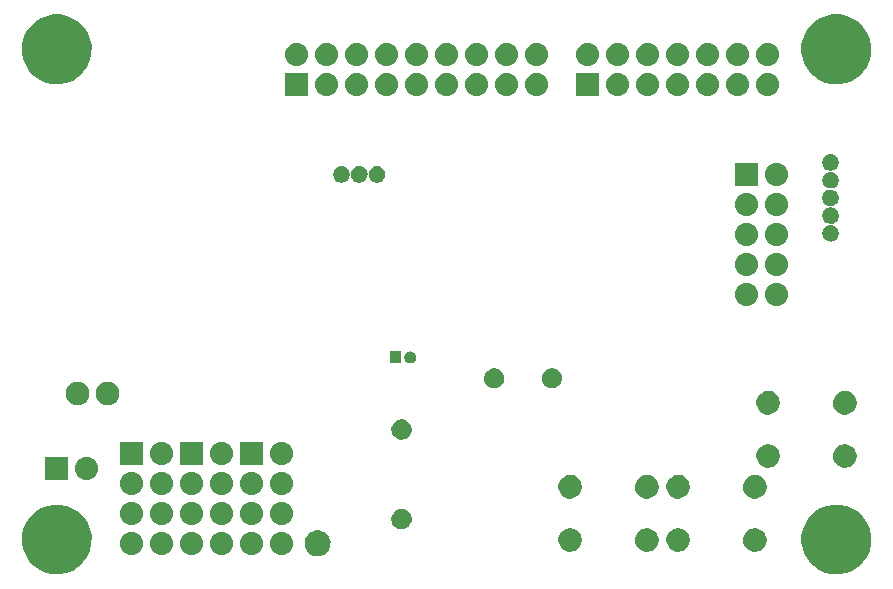
<source format=gbs>
G04 #@! TF.FileFunction,Soldermask,Bot*
%FSLAX46Y46*%
G04 Gerber Fmt 4.6, Leading zero omitted, Abs format (unit mm)*
G04 Created by KiCad (PCBNEW 4.0.2-4+6225~38~ubuntu14.04.1-stable) date 2016年05月02日 21時32分02秒*
%MOMM*%
G01*
G04 APERTURE LIST*
%ADD10C,0.101600*%
G04 APERTURE END LIST*
D10*
G36*
X51129851Y-88921963D02*
X51696562Y-89038292D01*
X52229880Y-89262478D01*
X52709500Y-89585986D01*
X53117151Y-89996493D01*
X53437303Y-90478359D01*
X53657758Y-91013226D01*
X53770061Y-91580394D01*
X53770061Y-91580404D01*
X53770127Y-91580738D01*
X53760900Y-92241522D01*
X53760824Y-92241856D01*
X53760824Y-92241868D01*
X53632732Y-92805669D01*
X53397423Y-93334180D01*
X53063944Y-93806918D01*
X52644987Y-94205884D01*
X52156527Y-94515870D01*
X51617152Y-94725081D01*
X51047419Y-94825539D01*
X50469020Y-94813424D01*
X49903984Y-94689193D01*
X49373849Y-94457583D01*
X48898794Y-94127410D01*
X48496915Y-93711252D01*
X48183525Y-93224967D01*
X47970555Y-92687067D01*
X47866119Y-92118041D01*
X47874198Y-91539574D01*
X47994478Y-90973694D01*
X48222385Y-90441949D01*
X48549233Y-89964600D01*
X48962575Y-89559825D01*
X49446663Y-89243047D01*
X49983062Y-89026328D01*
X50551337Y-88917924D01*
X51129851Y-88921963D01*
X51129851Y-88921963D01*
G37*
G36*
X117129851Y-88921963D02*
X117696562Y-89038292D01*
X118229880Y-89262478D01*
X118709500Y-89585986D01*
X119117151Y-89996493D01*
X119437303Y-90478359D01*
X119657758Y-91013226D01*
X119770061Y-91580394D01*
X119770061Y-91580404D01*
X119770127Y-91580738D01*
X119760900Y-92241522D01*
X119760824Y-92241856D01*
X119760824Y-92241868D01*
X119632732Y-92805669D01*
X119397423Y-93334180D01*
X119063944Y-93806918D01*
X118644987Y-94205884D01*
X118156527Y-94515870D01*
X117617152Y-94725081D01*
X117047419Y-94825539D01*
X116469020Y-94813424D01*
X115903984Y-94689193D01*
X115373849Y-94457583D01*
X114898794Y-94127410D01*
X114496915Y-93711252D01*
X114183525Y-93224967D01*
X113970555Y-92687067D01*
X113866119Y-92118041D01*
X113874198Y-91539574D01*
X113994478Y-90973694D01*
X114222385Y-90441949D01*
X114549233Y-89964600D01*
X114962575Y-89559825D01*
X115446663Y-89243047D01*
X115983062Y-89026328D01*
X116551337Y-88917924D01*
X117129851Y-88921963D01*
X117129851Y-88921963D01*
G37*
G36*
X73013484Y-91103240D02*
X73224703Y-91146598D01*
X73423474Y-91230153D01*
X73602233Y-91350727D01*
X73754169Y-91503728D01*
X73873492Y-91683323D01*
X73955658Y-91882672D01*
X73997471Y-92093846D01*
X73997471Y-92093855D01*
X73997537Y-92094189D01*
X73994098Y-92340469D01*
X73994022Y-92340803D01*
X73994022Y-92340815D01*
X73946331Y-92550731D01*
X73858629Y-92747713D01*
X73734339Y-92923906D01*
X73578187Y-93072606D01*
X73396136Y-93188139D01*
X73195105Y-93266115D01*
X72982762Y-93303556D01*
X72767188Y-93299041D01*
X72556592Y-93252738D01*
X72359006Y-93166414D01*
X72181950Y-93043357D01*
X72032164Y-92888250D01*
X71915363Y-92707010D01*
X71835987Y-92506529D01*
X71797062Y-92294445D01*
X71800073Y-92078847D01*
X71844902Y-91867940D01*
X71929846Y-91669752D01*
X72051665Y-91491841D01*
X72205722Y-91340976D01*
X72386145Y-91222911D01*
X72586066Y-91142137D01*
X72797865Y-91101735D01*
X73013484Y-91103240D01*
X73013484Y-91103240D01*
G37*
G36*
X59701920Y-91238451D02*
X59708116Y-91238494D01*
X59895006Y-91259457D01*
X60074264Y-91316321D01*
X60239064Y-91406921D01*
X60383128Y-91527804D01*
X60500968Y-91674368D01*
X60588096Y-91841029D01*
X60641194Y-92021439D01*
X60641198Y-92021478D01*
X60641200Y-92021486D01*
X60658241Y-92208725D01*
X60638588Y-92395710D01*
X60638585Y-92395719D01*
X60638581Y-92395759D01*
X60582969Y-92575410D01*
X60493523Y-92740838D01*
X60373648Y-92885742D01*
X60227910Y-93004603D01*
X60061861Y-93092893D01*
X59881826Y-93147248D01*
X59694662Y-93165600D01*
X59685303Y-93165600D01*
X59678080Y-93165549D01*
X59671884Y-93165506D01*
X59484994Y-93144543D01*
X59305736Y-93087679D01*
X59140936Y-92997079D01*
X58996872Y-92876196D01*
X58879032Y-92729632D01*
X58791904Y-92562971D01*
X58738806Y-92382561D01*
X58738802Y-92382522D01*
X58738800Y-92382514D01*
X58721759Y-92195275D01*
X58741412Y-92008290D01*
X58741415Y-92008281D01*
X58741419Y-92008241D01*
X58797031Y-91828590D01*
X58886477Y-91663162D01*
X59006352Y-91518258D01*
X59152090Y-91399397D01*
X59318139Y-91311107D01*
X59498174Y-91256752D01*
X59685338Y-91238400D01*
X59694697Y-91238400D01*
X59701920Y-91238451D01*
X59701920Y-91238451D01*
G37*
G36*
X57161920Y-91238451D02*
X57168116Y-91238494D01*
X57355006Y-91259457D01*
X57534264Y-91316321D01*
X57699064Y-91406921D01*
X57843128Y-91527804D01*
X57960968Y-91674368D01*
X58048096Y-91841029D01*
X58101194Y-92021439D01*
X58101198Y-92021478D01*
X58101200Y-92021486D01*
X58118241Y-92208725D01*
X58098588Y-92395710D01*
X58098585Y-92395719D01*
X58098581Y-92395759D01*
X58042969Y-92575410D01*
X57953523Y-92740838D01*
X57833648Y-92885742D01*
X57687910Y-93004603D01*
X57521861Y-93092893D01*
X57341826Y-93147248D01*
X57154662Y-93165600D01*
X57145303Y-93165600D01*
X57138080Y-93165549D01*
X57131884Y-93165506D01*
X56944994Y-93144543D01*
X56765736Y-93087679D01*
X56600936Y-92997079D01*
X56456872Y-92876196D01*
X56339032Y-92729632D01*
X56251904Y-92562971D01*
X56198806Y-92382561D01*
X56198802Y-92382522D01*
X56198800Y-92382514D01*
X56181759Y-92195275D01*
X56201412Y-92008290D01*
X56201415Y-92008281D01*
X56201419Y-92008241D01*
X56257031Y-91828590D01*
X56346477Y-91663162D01*
X56466352Y-91518258D01*
X56612090Y-91399397D01*
X56778139Y-91311107D01*
X56958174Y-91256752D01*
X57145338Y-91238400D01*
X57154697Y-91238400D01*
X57161920Y-91238451D01*
X57161920Y-91238451D01*
G37*
G36*
X62241920Y-91238451D02*
X62248116Y-91238494D01*
X62435006Y-91259457D01*
X62614264Y-91316321D01*
X62779064Y-91406921D01*
X62923128Y-91527804D01*
X63040968Y-91674368D01*
X63128096Y-91841029D01*
X63181194Y-92021439D01*
X63181198Y-92021478D01*
X63181200Y-92021486D01*
X63198241Y-92208725D01*
X63178588Y-92395710D01*
X63178585Y-92395719D01*
X63178581Y-92395759D01*
X63122969Y-92575410D01*
X63033523Y-92740838D01*
X62913648Y-92885742D01*
X62767910Y-93004603D01*
X62601861Y-93092893D01*
X62421826Y-93147248D01*
X62234662Y-93165600D01*
X62225303Y-93165600D01*
X62218080Y-93165549D01*
X62211884Y-93165506D01*
X62024994Y-93144543D01*
X61845736Y-93087679D01*
X61680936Y-92997079D01*
X61536872Y-92876196D01*
X61419032Y-92729632D01*
X61331904Y-92562971D01*
X61278806Y-92382561D01*
X61278802Y-92382522D01*
X61278800Y-92382514D01*
X61261759Y-92195275D01*
X61281412Y-92008290D01*
X61281415Y-92008281D01*
X61281419Y-92008241D01*
X61337031Y-91828590D01*
X61426477Y-91663162D01*
X61546352Y-91518258D01*
X61692090Y-91399397D01*
X61858139Y-91311107D01*
X62038174Y-91256752D01*
X62225338Y-91238400D01*
X62234697Y-91238400D01*
X62241920Y-91238451D01*
X62241920Y-91238451D01*
G37*
G36*
X67321920Y-91238451D02*
X67328116Y-91238494D01*
X67515006Y-91259457D01*
X67694264Y-91316321D01*
X67859064Y-91406921D01*
X68003128Y-91527804D01*
X68120968Y-91674368D01*
X68208096Y-91841029D01*
X68261194Y-92021439D01*
X68261198Y-92021478D01*
X68261200Y-92021486D01*
X68278241Y-92208725D01*
X68258588Y-92395710D01*
X68258585Y-92395719D01*
X68258581Y-92395759D01*
X68202969Y-92575410D01*
X68113523Y-92740838D01*
X67993648Y-92885742D01*
X67847910Y-93004603D01*
X67681861Y-93092893D01*
X67501826Y-93147248D01*
X67314662Y-93165600D01*
X67305303Y-93165600D01*
X67298080Y-93165549D01*
X67291884Y-93165506D01*
X67104994Y-93144543D01*
X66925736Y-93087679D01*
X66760936Y-92997079D01*
X66616872Y-92876196D01*
X66499032Y-92729632D01*
X66411904Y-92562971D01*
X66358806Y-92382561D01*
X66358802Y-92382522D01*
X66358800Y-92382514D01*
X66341759Y-92195275D01*
X66361412Y-92008290D01*
X66361415Y-92008281D01*
X66361419Y-92008241D01*
X66417031Y-91828590D01*
X66506477Y-91663162D01*
X66626352Y-91518258D01*
X66772090Y-91399397D01*
X66938139Y-91311107D01*
X67118174Y-91256752D01*
X67305338Y-91238400D01*
X67314697Y-91238400D01*
X67321920Y-91238451D01*
X67321920Y-91238451D01*
G37*
G36*
X69861920Y-91238451D02*
X69868116Y-91238494D01*
X70055006Y-91259457D01*
X70234264Y-91316321D01*
X70399064Y-91406921D01*
X70543128Y-91527804D01*
X70660968Y-91674368D01*
X70748096Y-91841029D01*
X70801194Y-92021439D01*
X70801198Y-92021478D01*
X70801200Y-92021486D01*
X70818241Y-92208725D01*
X70798588Y-92395710D01*
X70798585Y-92395719D01*
X70798581Y-92395759D01*
X70742969Y-92575410D01*
X70653523Y-92740838D01*
X70533648Y-92885742D01*
X70387910Y-93004603D01*
X70221861Y-93092893D01*
X70041826Y-93147248D01*
X69854662Y-93165600D01*
X69845303Y-93165600D01*
X69838080Y-93165549D01*
X69831884Y-93165506D01*
X69644994Y-93144543D01*
X69465736Y-93087679D01*
X69300936Y-92997079D01*
X69156872Y-92876196D01*
X69039032Y-92729632D01*
X68951904Y-92562971D01*
X68898806Y-92382561D01*
X68898802Y-92382522D01*
X68898800Y-92382514D01*
X68881759Y-92195275D01*
X68901412Y-92008290D01*
X68901415Y-92008281D01*
X68901419Y-92008241D01*
X68957031Y-91828590D01*
X69046477Y-91663162D01*
X69166352Y-91518258D01*
X69312090Y-91399397D01*
X69478139Y-91311107D01*
X69658174Y-91256752D01*
X69845338Y-91238400D01*
X69854697Y-91238400D01*
X69861920Y-91238451D01*
X69861920Y-91238451D01*
G37*
G36*
X64781920Y-91238451D02*
X64788116Y-91238494D01*
X64975006Y-91259457D01*
X65154264Y-91316321D01*
X65319064Y-91406921D01*
X65463128Y-91527804D01*
X65580968Y-91674368D01*
X65668096Y-91841029D01*
X65721194Y-92021439D01*
X65721198Y-92021478D01*
X65721200Y-92021486D01*
X65738241Y-92208725D01*
X65718588Y-92395710D01*
X65718585Y-92395719D01*
X65718581Y-92395759D01*
X65662969Y-92575410D01*
X65573523Y-92740838D01*
X65453648Y-92885742D01*
X65307910Y-93004603D01*
X65141861Y-93092893D01*
X64961826Y-93147248D01*
X64774662Y-93165600D01*
X64765303Y-93165600D01*
X64758080Y-93165549D01*
X64751884Y-93165506D01*
X64564994Y-93144543D01*
X64385736Y-93087679D01*
X64220936Y-92997079D01*
X64076872Y-92876196D01*
X63959032Y-92729632D01*
X63871904Y-92562971D01*
X63818806Y-92382561D01*
X63818802Y-92382522D01*
X63818800Y-92382514D01*
X63801759Y-92195275D01*
X63821412Y-92008290D01*
X63821415Y-92008281D01*
X63821419Y-92008241D01*
X63877031Y-91828590D01*
X63966477Y-91663162D01*
X64086352Y-91518258D01*
X64232090Y-91399397D01*
X64398139Y-91311107D01*
X64578174Y-91256752D01*
X64765338Y-91238400D01*
X64774697Y-91238400D01*
X64781920Y-91238451D01*
X64781920Y-91238451D01*
G37*
G36*
X110035034Y-90912664D02*
X110227141Y-90952098D01*
X110407925Y-91028093D01*
X110570509Y-91137756D01*
X110708697Y-91276913D01*
X110817223Y-91440256D01*
X110891954Y-91621567D01*
X110929978Y-91813601D01*
X110929978Y-91813616D01*
X110930043Y-91813945D01*
X110926916Y-92037940D01*
X110926839Y-92038278D01*
X110926839Y-92038286D01*
X110883471Y-92229175D01*
X110803705Y-92408333D01*
X110690661Y-92568583D01*
X110548639Y-92703828D01*
X110383061Y-92808906D01*
X110200221Y-92879827D01*
X110007093Y-92913879D01*
X109811025Y-92909773D01*
X109619485Y-92867660D01*
X109439779Y-92789147D01*
X109278742Y-92677225D01*
X109142511Y-92536153D01*
X109036279Y-92371313D01*
X108964085Y-92188974D01*
X108928682Y-91996080D01*
X108931421Y-91799990D01*
X108972194Y-91608168D01*
X109049451Y-91427914D01*
X109160247Y-91266101D01*
X109300364Y-91128887D01*
X109464461Y-91021505D01*
X109646292Y-90948041D01*
X109838925Y-90911294D01*
X110035034Y-90912664D01*
X110035034Y-90912664D01*
G37*
G36*
X103535034Y-90912664D02*
X103727141Y-90952098D01*
X103907925Y-91028093D01*
X104070509Y-91137756D01*
X104208697Y-91276913D01*
X104317223Y-91440256D01*
X104391954Y-91621567D01*
X104429978Y-91813601D01*
X104429978Y-91813616D01*
X104430043Y-91813945D01*
X104426916Y-92037940D01*
X104426839Y-92038278D01*
X104426839Y-92038286D01*
X104383471Y-92229175D01*
X104303705Y-92408333D01*
X104190661Y-92568583D01*
X104048639Y-92703828D01*
X103883061Y-92808906D01*
X103700221Y-92879827D01*
X103507093Y-92913879D01*
X103311025Y-92909773D01*
X103119485Y-92867660D01*
X102939779Y-92789147D01*
X102778742Y-92677225D01*
X102642511Y-92536153D01*
X102536279Y-92371313D01*
X102464085Y-92188974D01*
X102428682Y-91996080D01*
X102431421Y-91799990D01*
X102472194Y-91608168D01*
X102549451Y-91427914D01*
X102660247Y-91266101D01*
X102800364Y-91128887D01*
X102964461Y-91021505D01*
X103146292Y-90948041D01*
X103338925Y-90911294D01*
X103535034Y-90912664D01*
X103535034Y-90912664D01*
G37*
G36*
X100891034Y-90912664D02*
X101083141Y-90952098D01*
X101263925Y-91028093D01*
X101426509Y-91137756D01*
X101564697Y-91276913D01*
X101673223Y-91440256D01*
X101747954Y-91621567D01*
X101785978Y-91813601D01*
X101785978Y-91813616D01*
X101786043Y-91813945D01*
X101782916Y-92037940D01*
X101782839Y-92038278D01*
X101782839Y-92038286D01*
X101739471Y-92229175D01*
X101659705Y-92408333D01*
X101546661Y-92568583D01*
X101404639Y-92703828D01*
X101239061Y-92808906D01*
X101056221Y-92879827D01*
X100863093Y-92913879D01*
X100667025Y-92909773D01*
X100475485Y-92867660D01*
X100295779Y-92789147D01*
X100134742Y-92677225D01*
X99998511Y-92536153D01*
X99892279Y-92371313D01*
X99820085Y-92188974D01*
X99784682Y-91996080D01*
X99787421Y-91799990D01*
X99828194Y-91608168D01*
X99905451Y-91427914D01*
X100016247Y-91266101D01*
X100156364Y-91128887D01*
X100320461Y-91021505D01*
X100502292Y-90948041D01*
X100694925Y-90911294D01*
X100891034Y-90912664D01*
X100891034Y-90912664D01*
G37*
G36*
X94391034Y-90912664D02*
X94583141Y-90952098D01*
X94763925Y-91028093D01*
X94926509Y-91137756D01*
X95064697Y-91276913D01*
X95173223Y-91440256D01*
X95247954Y-91621567D01*
X95285978Y-91813601D01*
X95285978Y-91813616D01*
X95286043Y-91813945D01*
X95282916Y-92037940D01*
X95282839Y-92038278D01*
X95282839Y-92038286D01*
X95239471Y-92229175D01*
X95159705Y-92408333D01*
X95046661Y-92568583D01*
X94904639Y-92703828D01*
X94739061Y-92808906D01*
X94556221Y-92879827D01*
X94363093Y-92913879D01*
X94167025Y-92909773D01*
X93975485Y-92867660D01*
X93795779Y-92789147D01*
X93634742Y-92677225D01*
X93498511Y-92536153D01*
X93392279Y-92371313D01*
X93320085Y-92188974D01*
X93284682Y-91996080D01*
X93287421Y-91799990D01*
X93328194Y-91608168D01*
X93405451Y-91427914D01*
X93516247Y-91266101D01*
X93656364Y-91128887D01*
X93820461Y-91021505D01*
X94002292Y-90948041D01*
X94194925Y-90911294D01*
X94391034Y-90912664D01*
X94391034Y-90912664D01*
G37*
G36*
X80100539Y-89298572D02*
X80266136Y-89332564D01*
X80421971Y-89398072D01*
X80562119Y-89492602D01*
X80681237Y-89612555D01*
X80774788Y-89753359D01*
X80839203Y-89909645D01*
X80871971Y-90075133D01*
X80871971Y-90075143D01*
X80872037Y-90075477D01*
X80869341Y-90268560D01*
X80869265Y-90268894D01*
X80869265Y-90268905D01*
X80831891Y-90433406D01*
X80763133Y-90587839D01*
X80665690Y-90725974D01*
X80543266Y-90842556D01*
X80400539Y-90933134D01*
X80242931Y-90994267D01*
X80076454Y-91023620D01*
X79907444Y-91020081D01*
X79742336Y-90983779D01*
X79587431Y-90916103D01*
X79448613Y-90819622D01*
X79331184Y-90698020D01*
X79239612Y-90555928D01*
X79177381Y-90398752D01*
X79146864Y-90232476D01*
X79149225Y-90063447D01*
X79184371Y-89898097D01*
X79250967Y-89742718D01*
X79346473Y-89603235D01*
X79467254Y-89484957D01*
X79608705Y-89392394D01*
X79765444Y-89329067D01*
X79931493Y-89297392D01*
X80100539Y-89298572D01*
X80100539Y-89298572D01*
G37*
G36*
X67321920Y-88698451D02*
X67328116Y-88698494D01*
X67515006Y-88719457D01*
X67694264Y-88776321D01*
X67859064Y-88866921D01*
X68003128Y-88987804D01*
X68120968Y-89134368D01*
X68208096Y-89301029D01*
X68261194Y-89481439D01*
X68261198Y-89481478D01*
X68261200Y-89481486D01*
X68278241Y-89668725D01*
X68258588Y-89855710D01*
X68258585Y-89855719D01*
X68258581Y-89855759D01*
X68202969Y-90035410D01*
X68113523Y-90200838D01*
X67993648Y-90345742D01*
X67847910Y-90464603D01*
X67681861Y-90552893D01*
X67501826Y-90607248D01*
X67314662Y-90625600D01*
X67305303Y-90625600D01*
X67298080Y-90625549D01*
X67291884Y-90625506D01*
X67104994Y-90604543D01*
X66925736Y-90547679D01*
X66760936Y-90457079D01*
X66616872Y-90336196D01*
X66499032Y-90189632D01*
X66411904Y-90022971D01*
X66358806Y-89842561D01*
X66358802Y-89842522D01*
X66358800Y-89842514D01*
X66341759Y-89655275D01*
X66361412Y-89468290D01*
X66361415Y-89468281D01*
X66361419Y-89468241D01*
X66417031Y-89288590D01*
X66506477Y-89123162D01*
X66626352Y-88978258D01*
X66772090Y-88859397D01*
X66938139Y-88771107D01*
X67118174Y-88716752D01*
X67305338Y-88698400D01*
X67314697Y-88698400D01*
X67321920Y-88698451D01*
X67321920Y-88698451D01*
G37*
G36*
X59701920Y-88698451D02*
X59708116Y-88698494D01*
X59895006Y-88719457D01*
X60074264Y-88776321D01*
X60239064Y-88866921D01*
X60383128Y-88987804D01*
X60500968Y-89134368D01*
X60588096Y-89301029D01*
X60641194Y-89481439D01*
X60641198Y-89481478D01*
X60641200Y-89481486D01*
X60658241Y-89668725D01*
X60638588Y-89855710D01*
X60638585Y-89855719D01*
X60638581Y-89855759D01*
X60582969Y-90035410D01*
X60493523Y-90200838D01*
X60373648Y-90345742D01*
X60227910Y-90464603D01*
X60061861Y-90552893D01*
X59881826Y-90607248D01*
X59694662Y-90625600D01*
X59685303Y-90625600D01*
X59678080Y-90625549D01*
X59671884Y-90625506D01*
X59484994Y-90604543D01*
X59305736Y-90547679D01*
X59140936Y-90457079D01*
X58996872Y-90336196D01*
X58879032Y-90189632D01*
X58791904Y-90022971D01*
X58738806Y-89842561D01*
X58738802Y-89842522D01*
X58738800Y-89842514D01*
X58721759Y-89655275D01*
X58741412Y-89468290D01*
X58741415Y-89468281D01*
X58741419Y-89468241D01*
X58797031Y-89288590D01*
X58886477Y-89123162D01*
X59006352Y-88978258D01*
X59152090Y-88859397D01*
X59318139Y-88771107D01*
X59498174Y-88716752D01*
X59685338Y-88698400D01*
X59694697Y-88698400D01*
X59701920Y-88698451D01*
X59701920Y-88698451D01*
G37*
G36*
X62241920Y-88698451D02*
X62248116Y-88698494D01*
X62435006Y-88719457D01*
X62614264Y-88776321D01*
X62779064Y-88866921D01*
X62923128Y-88987804D01*
X63040968Y-89134368D01*
X63128096Y-89301029D01*
X63181194Y-89481439D01*
X63181198Y-89481478D01*
X63181200Y-89481486D01*
X63198241Y-89668725D01*
X63178588Y-89855710D01*
X63178585Y-89855719D01*
X63178581Y-89855759D01*
X63122969Y-90035410D01*
X63033523Y-90200838D01*
X62913648Y-90345742D01*
X62767910Y-90464603D01*
X62601861Y-90552893D01*
X62421826Y-90607248D01*
X62234662Y-90625600D01*
X62225303Y-90625600D01*
X62218080Y-90625549D01*
X62211884Y-90625506D01*
X62024994Y-90604543D01*
X61845736Y-90547679D01*
X61680936Y-90457079D01*
X61536872Y-90336196D01*
X61419032Y-90189632D01*
X61331904Y-90022971D01*
X61278806Y-89842561D01*
X61278802Y-89842522D01*
X61278800Y-89842514D01*
X61261759Y-89655275D01*
X61281412Y-89468290D01*
X61281415Y-89468281D01*
X61281419Y-89468241D01*
X61337031Y-89288590D01*
X61426477Y-89123162D01*
X61546352Y-88978258D01*
X61692090Y-88859397D01*
X61858139Y-88771107D01*
X62038174Y-88716752D01*
X62225338Y-88698400D01*
X62234697Y-88698400D01*
X62241920Y-88698451D01*
X62241920Y-88698451D01*
G37*
G36*
X64781920Y-88698451D02*
X64788116Y-88698494D01*
X64975006Y-88719457D01*
X65154264Y-88776321D01*
X65319064Y-88866921D01*
X65463128Y-88987804D01*
X65580968Y-89134368D01*
X65668096Y-89301029D01*
X65721194Y-89481439D01*
X65721198Y-89481478D01*
X65721200Y-89481486D01*
X65738241Y-89668725D01*
X65718588Y-89855710D01*
X65718585Y-89855719D01*
X65718581Y-89855759D01*
X65662969Y-90035410D01*
X65573523Y-90200838D01*
X65453648Y-90345742D01*
X65307910Y-90464603D01*
X65141861Y-90552893D01*
X64961826Y-90607248D01*
X64774662Y-90625600D01*
X64765303Y-90625600D01*
X64758080Y-90625549D01*
X64751884Y-90625506D01*
X64564994Y-90604543D01*
X64385736Y-90547679D01*
X64220936Y-90457079D01*
X64076872Y-90336196D01*
X63959032Y-90189632D01*
X63871904Y-90022971D01*
X63818806Y-89842561D01*
X63818802Y-89842522D01*
X63818800Y-89842514D01*
X63801759Y-89655275D01*
X63821412Y-89468290D01*
X63821415Y-89468281D01*
X63821419Y-89468241D01*
X63877031Y-89288590D01*
X63966477Y-89123162D01*
X64086352Y-88978258D01*
X64232090Y-88859397D01*
X64398139Y-88771107D01*
X64578174Y-88716752D01*
X64765338Y-88698400D01*
X64774697Y-88698400D01*
X64781920Y-88698451D01*
X64781920Y-88698451D01*
G37*
G36*
X69861920Y-88698451D02*
X69868116Y-88698494D01*
X70055006Y-88719457D01*
X70234264Y-88776321D01*
X70399064Y-88866921D01*
X70543128Y-88987804D01*
X70660968Y-89134368D01*
X70748096Y-89301029D01*
X70801194Y-89481439D01*
X70801198Y-89481478D01*
X70801200Y-89481486D01*
X70818241Y-89668725D01*
X70798588Y-89855710D01*
X70798585Y-89855719D01*
X70798581Y-89855759D01*
X70742969Y-90035410D01*
X70653523Y-90200838D01*
X70533648Y-90345742D01*
X70387910Y-90464603D01*
X70221861Y-90552893D01*
X70041826Y-90607248D01*
X69854662Y-90625600D01*
X69845303Y-90625600D01*
X69838080Y-90625549D01*
X69831884Y-90625506D01*
X69644994Y-90604543D01*
X69465736Y-90547679D01*
X69300936Y-90457079D01*
X69156872Y-90336196D01*
X69039032Y-90189632D01*
X68951904Y-90022971D01*
X68898806Y-89842561D01*
X68898802Y-89842522D01*
X68898800Y-89842514D01*
X68881759Y-89655275D01*
X68901412Y-89468290D01*
X68901415Y-89468281D01*
X68901419Y-89468241D01*
X68957031Y-89288590D01*
X69046477Y-89123162D01*
X69166352Y-88978258D01*
X69312090Y-88859397D01*
X69478139Y-88771107D01*
X69658174Y-88716752D01*
X69845338Y-88698400D01*
X69854697Y-88698400D01*
X69861920Y-88698451D01*
X69861920Y-88698451D01*
G37*
G36*
X57161920Y-88698451D02*
X57168116Y-88698494D01*
X57355006Y-88719457D01*
X57534264Y-88776321D01*
X57699064Y-88866921D01*
X57843128Y-88987804D01*
X57960968Y-89134368D01*
X58048096Y-89301029D01*
X58101194Y-89481439D01*
X58101198Y-89481478D01*
X58101200Y-89481486D01*
X58118241Y-89668725D01*
X58098588Y-89855710D01*
X58098585Y-89855719D01*
X58098581Y-89855759D01*
X58042969Y-90035410D01*
X57953523Y-90200838D01*
X57833648Y-90345742D01*
X57687910Y-90464603D01*
X57521861Y-90552893D01*
X57341826Y-90607248D01*
X57154662Y-90625600D01*
X57145303Y-90625600D01*
X57138080Y-90625549D01*
X57131884Y-90625506D01*
X56944994Y-90604543D01*
X56765736Y-90547679D01*
X56600936Y-90457079D01*
X56456872Y-90336196D01*
X56339032Y-90189632D01*
X56251904Y-90022971D01*
X56198806Y-89842561D01*
X56198802Y-89842522D01*
X56198800Y-89842514D01*
X56181759Y-89655275D01*
X56201412Y-89468290D01*
X56201415Y-89468281D01*
X56201419Y-89468241D01*
X56257031Y-89288590D01*
X56346477Y-89123162D01*
X56466352Y-88978258D01*
X56612090Y-88859397D01*
X56778139Y-88771107D01*
X56958174Y-88716752D01*
X57145338Y-88698400D01*
X57154697Y-88698400D01*
X57161920Y-88698451D01*
X57161920Y-88698451D01*
G37*
G36*
X110035034Y-86412664D02*
X110227141Y-86452098D01*
X110407925Y-86528093D01*
X110570509Y-86637756D01*
X110708697Y-86776913D01*
X110817223Y-86940256D01*
X110891954Y-87121567D01*
X110929978Y-87313601D01*
X110929978Y-87313616D01*
X110930043Y-87313945D01*
X110926916Y-87537940D01*
X110926839Y-87538278D01*
X110926839Y-87538286D01*
X110883471Y-87729175D01*
X110803705Y-87908333D01*
X110690661Y-88068583D01*
X110548639Y-88203828D01*
X110383061Y-88308906D01*
X110200221Y-88379827D01*
X110007093Y-88413879D01*
X109811025Y-88409773D01*
X109619485Y-88367660D01*
X109439779Y-88289147D01*
X109278742Y-88177225D01*
X109142511Y-88036153D01*
X109036279Y-87871313D01*
X108964085Y-87688974D01*
X108928682Y-87496080D01*
X108931421Y-87299990D01*
X108972194Y-87108168D01*
X109049451Y-86927914D01*
X109160247Y-86766101D01*
X109300364Y-86628887D01*
X109464461Y-86521505D01*
X109646292Y-86448041D01*
X109838925Y-86411294D01*
X110035034Y-86412664D01*
X110035034Y-86412664D01*
G37*
G36*
X94391034Y-86412664D02*
X94583141Y-86452098D01*
X94763925Y-86528093D01*
X94926509Y-86637756D01*
X95064697Y-86776913D01*
X95173223Y-86940256D01*
X95247954Y-87121567D01*
X95285978Y-87313601D01*
X95285978Y-87313616D01*
X95286043Y-87313945D01*
X95282916Y-87537940D01*
X95282839Y-87538278D01*
X95282839Y-87538286D01*
X95239471Y-87729175D01*
X95159705Y-87908333D01*
X95046661Y-88068583D01*
X94904639Y-88203828D01*
X94739061Y-88308906D01*
X94556221Y-88379827D01*
X94363093Y-88413879D01*
X94167025Y-88409773D01*
X93975485Y-88367660D01*
X93795779Y-88289147D01*
X93634742Y-88177225D01*
X93498511Y-88036153D01*
X93392279Y-87871313D01*
X93320085Y-87688974D01*
X93284682Y-87496080D01*
X93287421Y-87299990D01*
X93328194Y-87108168D01*
X93405451Y-86927914D01*
X93516247Y-86766101D01*
X93656364Y-86628887D01*
X93820461Y-86521505D01*
X94002292Y-86448041D01*
X94194925Y-86411294D01*
X94391034Y-86412664D01*
X94391034Y-86412664D01*
G37*
G36*
X103535034Y-86412664D02*
X103727141Y-86452098D01*
X103907925Y-86528093D01*
X104070509Y-86637756D01*
X104208697Y-86776913D01*
X104317223Y-86940256D01*
X104391954Y-87121567D01*
X104429978Y-87313601D01*
X104429978Y-87313616D01*
X104430043Y-87313945D01*
X104426916Y-87537940D01*
X104426839Y-87538278D01*
X104426839Y-87538286D01*
X104383471Y-87729175D01*
X104303705Y-87908333D01*
X104190661Y-88068583D01*
X104048639Y-88203828D01*
X103883061Y-88308906D01*
X103700221Y-88379827D01*
X103507093Y-88413879D01*
X103311025Y-88409773D01*
X103119485Y-88367660D01*
X102939779Y-88289147D01*
X102778742Y-88177225D01*
X102642511Y-88036153D01*
X102536279Y-87871313D01*
X102464085Y-87688974D01*
X102428682Y-87496080D01*
X102431421Y-87299990D01*
X102472194Y-87108168D01*
X102549451Y-86927914D01*
X102660247Y-86766101D01*
X102800364Y-86628887D01*
X102964461Y-86521505D01*
X103146292Y-86448041D01*
X103338925Y-86411294D01*
X103535034Y-86412664D01*
X103535034Y-86412664D01*
G37*
G36*
X100891034Y-86412664D02*
X101083141Y-86452098D01*
X101263925Y-86528093D01*
X101426509Y-86637756D01*
X101564697Y-86776913D01*
X101673223Y-86940256D01*
X101747954Y-87121567D01*
X101785978Y-87313601D01*
X101785978Y-87313616D01*
X101786043Y-87313945D01*
X101782916Y-87537940D01*
X101782839Y-87538278D01*
X101782839Y-87538286D01*
X101739471Y-87729175D01*
X101659705Y-87908333D01*
X101546661Y-88068583D01*
X101404639Y-88203828D01*
X101239061Y-88308906D01*
X101056221Y-88379827D01*
X100863093Y-88413879D01*
X100667025Y-88409773D01*
X100475485Y-88367660D01*
X100295779Y-88289147D01*
X100134742Y-88177225D01*
X99998511Y-88036153D01*
X99892279Y-87871313D01*
X99820085Y-87688974D01*
X99784682Y-87496080D01*
X99787421Y-87299990D01*
X99828194Y-87108168D01*
X99905451Y-86927914D01*
X100016247Y-86766101D01*
X100156364Y-86628887D01*
X100320461Y-86521505D01*
X100502292Y-86448041D01*
X100694925Y-86411294D01*
X100891034Y-86412664D01*
X100891034Y-86412664D01*
G37*
G36*
X69861920Y-86158451D02*
X69868116Y-86158494D01*
X70055006Y-86179457D01*
X70234264Y-86236321D01*
X70399064Y-86326921D01*
X70543128Y-86447804D01*
X70660968Y-86594368D01*
X70748096Y-86761029D01*
X70801194Y-86941439D01*
X70801198Y-86941478D01*
X70801200Y-86941486D01*
X70818241Y-87128725D01*
X70798588Y-87315710D01*
X70798585Y-87315719D01*
X70798581Y-87315759D01*
X70742969Y-87495410D01*
X70653523Y-87660838D01*
X70533648Y-87805742D01*
X70387910Y-87924603D01*
X70221861Y-88012893D01*
X70041826Y-88067248D01*
X69854662Y-88085600D01*
X69845303Y-88085600D01*
X69838080Y-88085549D01*
X69831884Y-88085506D01*
X69644994Y-88064543D01*
X69465736Y-88007679D01*
X69300936Y-87917079D01*
X69156872Y-87796196D01*
X69039032Y-87649632D01*
X68951904Y-87482971D01*
X68898806Y-87302561D01*
X68898802Y-87302522D01*
X68898800Y-87302514D01*
X68881759Y-87115275D01*
X68901412Y-86928290D01*
X68901415Y-86928281D01*
X68901419Y-86928241D01*
X68957031Y-86748590D01*
X69046477Y-86583162D01*
X69166352Y-86438258D01*
X69312090Y-86319397D01*
X69478139Y-86231107D01*
X69658174Y-86176752D01*
X69845338Y-86158400D01*
X69854697Y-86158400D01*
X69861920Y-86158451D01*
X69861920Y-86158451D01*
G37*
G36*
X67321920Y-86158451D02*
X67328116Y-86158494D01*
X67515006Y-86179457D01*
X67694264Y-86236321D01*
X67859064Y-86326921D01*
X68003128Y-86447804D01*
X68120968Y-86594368D01*
X68208096Y-86761029D01*
X68261194Y-86941439D01*
X68261198Y-86941478D01*
X68261200Y-86941486D01*
X68278241Y-87128725D01*
X68258588Y-87315710D01*
X68258585Y-87315719D01*
X68258581Y-87315759D01*
X68202969Y-87495410D01*
X68113523Y-87660838D01*
X67993648Y-87805742D01*
X67847910Y-87924603D01*
X67681861Y-88012893D01*
X67501826Y-88067248D01*
X67314662Y-88085600D01*
X67305303Y-88085600D01*
X67298080Y-88085549D01*
X67291884Y-88085506D01*
X67104994Y-88064543D01*
X66925736Y-88007679D01*
X66760936Y-87917079D01*
X66616872Y-87796196D01*
X66499032Y-87649632D01*
X66411904Y-87482971D01*
X66358806Y-87302561D01*
X66358802Y-87302522D01*
X66358800Y-87302514D01*
X66341759Y-87115275D01*
X66361412Y-86928290D01*
X66361415Y-86928281D01*
X66361419Y-86928241D01*
X66417031Y-86748590D01*
X66506477Y-86583162D01*
X66626352Y-86438258D01*
X66772090Y-86319397D01*
X66938139Y-86231107D01*
X67118174Y-86176752D01*
X67305338Y-86158400D01*
X67314697Y-86158400D01*
X67321920Y-86158451D01*
X67321920Y-86158451D01*
G37*
G36*
X64781920Y-86158451D02*
X64788116Y-86158494D01*
X64975006Y-86179457D01*
X65154264Y-86236321D01*
X65319064Y-86326921D01*
X65463128Y-86447804D01*
X65580968Y-86594368D01*
X65668096Y-86761029D01*
X65721194Y-86941439D01*
X65721198Y-86941478D01*
X65721200Y-86941486D01*
X65738241Y-87128725D01*
X65718588Y-87315710D01*
X65718585Y-87315719D01*
X65718581Y-87315759D01*
X65662969Y-87495410D01*
X65573523Y-87660838D01*
X65453648Y-87805742D01*
X65307910Y-87924603D01*
X65141861Y-88012893D01*
X64961826Y-88067248D01*
X64774662Y-88085600D01*
X64765303Y-88085600D01*
X64758080Y-88085549D01*
X64751884Y-88085506D01*
X64564994Y-88064543D01*
X64385736Y-88007679D01*
X64220936Y-87917079D01*
X64076872Y-87796196D01*
X63959032Y-87649632D01*
X63871904Y-87482971D01*
X63818806Y-87302561D01*
X63818802Y-87302522D01*
X63818800Y-87302514D01*
X63801759Y-87115275D01*
X63821412Y-86928290D01*
X63821415Y-86928281D01*
X63821419Y-86928241D01*
X63877031Y-86748590D01*
X63966477Y-86583162D01*
X64086352Y-86438258D01*
X64232090Y-86319397D01*
X64398139Y-86231107D01*
X64578174Y-86176752D01*
X64765338Y-86158400D01*
X64774697Y-86158400D01*
X64781920Y-86158451D01*
X64781920Y-86158451D01*
G37*
G36*
X57161920Y-86158451D02*
X57168116Y-86158494D01*
X57355006Y-86179457D01*
X57534264Y-86236321D01*
X57699064Y-86326921D01*
X57843128Y-86447804D01*
X57960968Y-86594368D01*
X58048096Y-86761029D01*
X58101194Y-86941439D01*
X58101198Y-86941478D01*
X58101200Y-86941486D01*
X58118241Y-87128725D01*
X58098588Y-87315710D01*
X58098585Y-87315719D01*
X58098581Y-87315759D01*
X58042969Y-87495410D01*
X57953523Y-87660838D01*
X57833648Y-87805742D01*
X57687910Y-87924603D01*
X57521861Y-88012893D01*
X57341826Y-88067248D01*
X57154662Y-88085600D01*
X57145303Y-88085600D01*
X57138080Y-88085549D01*
X57131884Y-88085506D01*
X56944994Y-88064543D01*
X56765736Y-88007679D01*
X56600936Y-87917079D01*
X56456872Y-87796196D01*
X56339032Y-87649632D01*
X56251904Y-87482971D01*
X56198806Y-87302561D01*
X56198802Y-87302522D01*
X56198800Y-87302514D01*
X56181759Y-87115275D01*
X56201412Y-86928290D01*
X56201415Y-86928281D01*
X56201419Y-86928241D01*
X56257031Y-86748590D01*
X56346477Y-86583162D01*
X56466352Y-86438258D01*
X56612090Y-86319397D01*
X56778139Y-86231107D01*
X56958174Y-86176752D01*
X57145338Y-86158400D01*
X57154697Y-86158400D01*
X57161920Y-86158451D01*
X57161920Y-86158451D01*
G37*
G36*
X62241920Y-86158451D02*
X62248116Y-86158494D01*
X62435006Y-86179457D01*
X62614264Y-86236321D01*
X62779064Y-86326921D01*
X62923128Y-86447804D01*
X63040968Y-86594368D01*
X63128096Y-86761029D01*
X63181194Y-86941439D01*
X63181198Y-86941478D01*
X63181200Y-86941486D01*
X63198241Y-87128725D01*
X63178588Y-87315710D01*
X63178585Y-87315719D01*
X63178581Y-87315759D01*
X63122969Y-87495410D01*
X63033523Y-87660838D01*
X62913648Y-87805742D01*
X62767910Y-87924603D01*
X62601861Y-88012893D01*
X62421826Y-88067248D01*
X62234662Y-88085600D01*
X62225303Y-88085600D01*
X62218080Y-88085549D01*
X62211884Y-88085506D01*
X62024994Y-88064543D01*
X61845736Y-88007679D01*
X61680936Y-87917079D01*
X61536872Y-87796196D01*
X61419032Y-87649632D01*
X61331904Y-87482971D01*
X61278806Y-87302561D01*
X61278802Y-87302522D01*
X61278800Y-87302514D01*
X61261759Y-87115275D01*
X61281412Y-86928290D01*
X61281415Y-86928281D01*
X61281419Y-86928241D01*
X61337031Y-86748590D01*
X61426477Y-86583162D01*
X61546352Y-86438258D01*
X61692090Y-86319397D01*
X61858139Y-86231107D01*
X62038174Y-86176752D01*
X62225338Y-86158400D01*
X62234697Y-86158400D01*
X62241920Y-86158451D01*
X62241920Y-86158451D01*
G37*
G36*
X59701920Y-86158451D02*
X59708116Y-86158494D01*
X59895006Y-86179457D01*
X60074264Y-86236321D01*
X60239064Y-86326921D01*
X60383128Y-86447804D01*
X60500968Y-86594368D01*
X60588096Y-86761029D01*
X60641194Y-86941439D01*
X60641198Y-86941478D01*
X60641200Y-86941486D01*
X60658241Y-87128725D01*
X60638588Y-87315710D01*
X60638585Y-87315719D01*
X60638581Y-87315759D01*
X60582969Y-87495410D01*
X60493523Y-87660838D01*
X60373648Y-87805742D01*
X60227910Y-87924603D01*
X60061861Y-88012893D01*
X59881826Y-88067248D01*
X59694662Y-88085600D01*
X59685303Y-88085600D01*
X59678080Y-88085549D01*
X59671884Y-88085506D01*
X59484994Y-88064543D01*
X59305736Y-88007679D01*
X59140936Y-87917079D01*
X58996872Y-87796196D01*
X58879032Y-87649632D01*
X58791904Y-87482971D01*
X58738806Y-87302561D01*
X58738802Y-87302522D01*
X58738800Y-87302514D01*
X58721759Y-87115275D01*
X58741412Y-86928290D01*
X58741415Y-86928281D01*
X58741419Y-86928241D01*
X58797031Y-86748590D01*
X58886477Y-86583162D01*
X59006352Y-86438258D01*
X59152090Y-86319397D01*
X59318139Y-86231107D01*
X59498174Y-86176752D01*
X59685338Y-86158400D01*
X59694697Y-86158400D01*
X59701920Y-86158451D01*
X59701920Y-86158451D01*
G37*
G36*
X51763600Y-86815600D02*
X49836400Y-86815600D01*
X49836400Y-84888400D01*
X51763600Y-84888400D01*
X51763600Y-86815600D01*
X51763600Y-86815600D01*
G37*
G36*
X53351920Y-84888451D02*
X53358116Y-84888494D01*
X53545006Y-84909457D01*
X53724264Y-84966321D01*
X53889064Y-85056921D01*
X54033128Y-85177804D01*
X54150968Y-85324368D01*
X54238096Y-85491029D01*
X54291194Y-85671439D01*
X54291198Y-85671478D01*
X54291200Y-85671486D01*
X54308241Y-85858725D01*
X54288588Y-86045710D01*
X54288585Y-86045719D01*
X54288581Y-86045759D01*
X54232969Y-86225410D01*
X54143523Y-86390838D01*
X54023648Y-86535742D01*
X53877910Y-86654603D01*
X53711861Y-86742893D01*
X53531826Y-86797248D01*
X53344662Y-86815600D01*
X53335303Y-86815600D01*
X53328080Y-86815549D01*
X53321884Y-86815506D01*
X53134994Y-86794543D01*
X52955736Y-86737679D01*
X52790936Y-86647079D01*
X52646872Y-86526196D01*
X52529032Y-86379632D01*
X52441904Y-86212971D01*
X52388806Y-86032561D01*
X52388802Y-86032522D01*
X52388800Y-86032514D01*
X52371759Y-85845275D01*
X52391412Y-85658290D01*
X52391415Y-85658281D01*
X52391419Y-85658241D01*
X52447031Y-85478590D01*
X52536477Y-85313162D01*
X52656352Y-85168258D01*
X52802090Y-85049397D01*
X52968139Y-84961107D01*
X53148174Y-84906752D01*
X53335338Y-84888400D01*
X53344697Y-84888400D01*
X53351920Y-84888451D01*
X53351920Y-84888451D01*
G37*
G36*
X117655034Y-83800664D02*
X117847141Y-83840098D01*
X118027925Y-83916093D01*
X118190509Y-84025756D01*
X118328697Y-84164913D01*
X118437223Y-84328256D01*
X118511954Y-84509567D01*
X118549978Y-84701601D01*
X118549978Y-84701616D01*
X118550043Y-84701945D01*
X118546916Y-84925940D01*
X118546839Y-84926278D01*
X118546839Y-84926286D01*
X118503471Y-85117175D01*
X118423705Y-85296333D01*
X118310661Y-85456583D01*
X118168639Y-85591828D01*
X118003061Y-85696906D01*
X117820221Y-85767827D01*
X117627093Y-85801879D01*
X117431025Y-85797773D01*
X117239485Y-85755660D01*
X117059779Y-85677147D01*
X116898742Y-85565225D01*
X116762511Y-85424153D01*
X116656279Y-85259313D01*
X116584085Y-85076974D01*
X116548682Y-84884080D01*
X116551421Y-84687990D01*
X116592194Y-84496168D01*
X116669451Y-84315914D01*
X116780247Y-84154101D01*
X116920364Y-84016887D01*
X117084461Y-83909505D01*
X117266292Y-83836041D01*
X117458925Y-83799294D01*
X117655034Y-83800664D01*
X117655034Y-83800664D01*
G37*
G36*
X111155034Y-83800664D02*
X111347141Y-83840098D01*
X111527925Y-83916093D01*
X111690509Y-84025756D01*
X111828697Y-84164913D01*
X111937223Y-84328256D01*
X112011954Y-84509567D01*
X112049978Y-84701601D01*
X112049978Y-84701616D01*
X112050043Y-84701945D01*
X112046916Y-84925940D01*
X112046839Y-84926278D01*
X112046839Y-84926286D01*
X112003471Y-85117175D01*
X111923705Y-85296333D01*
X111810661Y-85456583D01*
X111668639Y-85591828D01*
X111503061Y-85696906D01*
X111320221Y-85767827D01*
X111127093Y-85801879D01*
X110931025Y-85797773D01*
X110739485Y-85755660D01*
X110559779Y-85677147D01*
X110398742Y-85565225D01*
X110262511Y-85424153D01*
X110156279Y-85259313D01*
X110084085Y-85076974D01*
X110048682Y-84884080D01*
X110051421Y-84687990D01*
X110092194Y-84496168D01*
X110169451Y-84315914D01*
X110280247Y-84154101D01*
X110420364Y-84016887D01*
X110584461Y-83909505D01*
X110766292Y-83836041D01*
X110958925Y-83799294D01*
X111155034Y-83800664D01*
X111155034Y-83800664D01*
G37*
G36*
X58113600Y-85545600D02*
X56186400Y-85545600D01*
X56186400Y-83618400D01*
X58113600Y-83618400D01*
X58113600Y-85545600D01*
X58113600Y-85545600D01*
G37*
G36*
X63193600Y-85545600D02*
X61266400Y-85545600D01*
X61266400Y-83618400D01*
X63193600Y-83618400D01*
X63193600Y-85545600D01*
X63193600Y-85545600D01*
G37*
G36*
X59701920Y-83618451D02*
X59708116Y-83618494D01*
X59895006Y-83639457D01*
X60074264Y-83696321D01*
X60239064Y-83786921D01*
X60383128Y-83907804D01*
X60500968Y-84054368D01*
X60588096Y-84221029D01*
X60641194Y-84401439D01*
X60641198Y-84401478D01*
X60641200Y-84401486D01*
X60658241Y-84588725D01*
X60638588Y-84775710D01*
X60638585Y-84775719D01*
X60638581Y-84775759D01*
X60582969Y-84955410D01*
X60493523Y-85120838D01*
X60373648Y-85265742D01*
X60227910Y-85384603D01*
X60061861Y-85472893D01*
X59881826Y-85527248D01*
X59694662Y-85545600D01*
X59685303Y-85545600D01*
X59678080Y-85545549D01*
X59671884Y-85545506D01*
X59484994Y-85524543D01*
X59305736Y-85467679D01*
X59140936Y-85377079D01*
X58996872Y-85256196D01*
X58879032Y-85109632D01*
X58791904Y-84942971D01*
X58738806Y-84762561D01*
X58738802Y-84762522D01*
X58738800Y-84762514D01*
X58721759Y-84575275D01*
X58741412Y-84388290D01*
X58741415Y-84388281D01*
X58741419Y-84388241D01*
X58797031Y-84208590D01*
X58886477Y-84043162D01*
X59006352Y-83898258D01*
X59152090Y-83779397D01*
X59318139Y-83691107D01*
X59498174Y-83636752D01*
X59685338Y-83618400D01*
X59694697Y-83618400D01*
X59701920Y-83618451D01*
X59701920Y-83618451D01*
G37*
G36*
X68273600Y-85545600D02*
X66346400Y-85545600D01*
X66346400Y-83618400D01*
X68273600Y-83618400D01*
X68273600Y-85545600D01*
X68273600Y-85545600D01*
G37*
G36*
X69861920Y-83618451D02*
X69868116Y-83618494D01*
X70055006Y-83639457D01*
X70234264Y-83696321D01*
X70399064Y-83786921D01*
X70543128Y-83907804D01*
X70660968Y-84054368D01*
X70748096Y-84221029D01*
X70801194Y-84401439D01*
X70801198Y-84401478D01*
X70801200Y-84401486D01*
X70818241Y-84588725D01*
X70798588Y-84775710D01*
X70798585Y-84775719D01*
X70798581Y-84775759D01*
X70742969Y-84955410D01*
X70653523Y-85120838D01*
X70533648Y-85265742D01*
X70387910Y-85384603D01*
X70221861Y-85472893D01*
X70041826Y-85527248D01*
X69854662Y-85545600D01*
X69845303Y-85545600D01*
X69838080Y-85545549D01*
X69831884Y-85545506D01*
X69644994Y-85524543D01*
X69465736Y-85467679D01*
X69300936Y-85377079D01*
X69156872Y-85256196D01*
X69039032Y-85109632D01*
X68951904Y-84942971D01*
X68898806Y-84762561D01*
X68898802Y-84762522D01*
X68898800Y-84762514D01*
X68881759Y-84575275D01*
X68901412Y-84388290D01*
X68901415Y-84388281D01*
X68901419Y-84388241D01*
X68957031Y-84208590D01*
X69046477Y-84043162D01*
X69166352Y-83898258D01*
X69312090Y-83779397D01*
X69478139Y-83691107D01*
X69658174Y-83636752D01*
X69845338Y-83618400D01*
X69854697Y-83618400D01*
X69861920Y-83618451D01*
X69861920Y-83618451D01*
G37*
G36*
X64781920Y-83618451D02*
X64788116Y-83618494D01*
X64975006Y-83639457D01*
X65154264Y-83696321D01*
X65319064Y-83786921D01*
X65463128Y-83907804D01*
X65580968Y-84054368D01*
X65668096Y-84221029D01*
X65721194Y-84401439D01*
X65721198Y-84401478D01*
X65721200Y-84401486D01*
X65738241Y-84588725D01*
X65718588Y-84775710D01*
X65718585Y-84775719D01*
X65718581Y-84775759D01*
X65662969Y-84955410D01*
X65573523Y-85120838D01*
X65453648Y-85265742D01*
X65307910Y-85384603D01*
X65141861Y-85472893D01*
X64961826Y-85527248D01*
X64774662Y-85545600D01*
X64765303Y-85545600D01*
X64758080Y-85545549D01*
X64751884Y-85545506D01*
X64564994Y-85524543D01*
X64385736Y-85467679D01*
X64220936Y-85377079D01*
X64076872Y-85256196D01*
X63959032Y-85109632D01*
X63871904Y-84942971D01*
X63818806Y-84762561D01*
X63818802Y-84762522D01*
X63818800Y-84762514D01*
X63801759Y-84575275D01*
X63821412Y-84388290D01*
X63821415Y-84388281D01*
X63821419Y-84388241D01*
X63877031Y-84208590D01*
X63966477Y-84043162D01*
X64086352Y-83898258D01*
X64232090Y-83779397D01*
X64398139Y-83691107D01*
X64578174Y-83636752D01*
X64765338Y-83618400D01*
X64774697Y-83618400D01*
X64781920Y-83618451D01*
X64781920Y-83618451D01*
G37*
G36*
X80100539Y-81698572D02*
X80266136Y-81732564D01*
X80421971Y-81798072D01*
X80562119Y-81892602D01*
X80681237Y-82012555D01*
X80774788Y-82153359D01*
X80839203Y-82309645D01*
X80871971Y-82475133D01*
X80871971Y-82475143D01*
X80872037Y-82475477D01*
X80869341Y-82668560D01*
X80869265Y-82668894D01*
X80869265Y-82668905D01*
X80831891Y-82833406D01*
X80763133Y-82987839D01*
X80665690Y-83125974D01*
X80543266Y-83242556D01*
X80400539Y-83333134D01*
X80242931Y-83394267D01*
X80076454Y-83423620D01*
X79907444Y-83420081D01*
X79742336Y-83383779D01*
X79587431Y-83316103D01*
X79448613Y-83219622D01*
X79331184Y-83098020D01*
X79239612Y-82955928D01*
X79177381Y-82798752D01*
X79146864Y-82632476D01*
X79149225Y-82463447D01*
X79184371Y-82298097D01*
X79250967Y-82142718D01*
X79346473Y-82003235D01*
X79467254Y-81884957D01*
X79608705Y-81792394D01*
X79765444Y-81729067D01*
X79931493Y-81697392D01*
X80100539Y-81698572D01*
X80100539Y-81698572D01*
G37*
G36*
X117655034Y-79300664D02*
X117847141Y-79340098D01*
X118027925Y-79416093D01*
X118190509Y-79525756D01*
X118328697Y-79664913D01*
X118437223Y-79828256D01*
X118511954Y-80009567D01*
X118549978Y-80201601D01*
X118549978Y-80201616D01*
X118550043Y-80201945D01*
X118546916Y-80425940D01*
X118546839Y-80426278D01*
X118546839Y-80426286D01*
X118503471Y-80617175D01*
X118423705Y-80796333D01*
X118310661Y-80956583D01*
X118168639Y-81091828D01*
X118003061Y-81196906D01*
X117820221Y-81267827D01*
X117627093Y-81301879D01*
X117431025Y-81297773D01*
X117239485Y-81255660D01*
X117059779Y-81177147D01*
X116898742Y-81065225D01*
X116762511Y-80924153D01*
X116656279Y-80759313D01*
X116584085Y-80576974D01*
X116548682Y-80384080D01*
X116551421Y-80187990D01*
X116592194Y-79996168D01*
X116669451Y-79815914D01*
X116780247Y-79654101D01*
X116920364Y-79516887D01*
X117084461Y-79409505D01*
X117266292Y-79336041D01*
X117458925Y-79299294D01*
X117655034Y-79300664D01*
X117655034Y-79300664D01*
G37*
G36*
X111155034Y-79300664D02*
X111347141Y-79340098D01*
X111527925Y-79416093D01*
X111690509Y-79525756D01*
X111828697Y-79664913D01*
X111937223Y-79828256D01*
X112011954Y-80009567D01*
X112049978Y-80201601D01*
X112049978Y-80201616D01*
X112050043Y-80201945D01*
X112046916Y-80425940D01*
X112046839Y-80426278D01*
X112046839Y-80426286D01*
X112003471Y-80617175D01*
X111923705Y-80796333D01*
X111810661Y-80956583D01*
X111668639Y-81091828D01*
X111503061Y-81196906D01*
X111320221Y-81267827D01*
X111127093Y-81301879D01*
X110931025Y-81297773D01*
X110739485Y-81255660D01*
X110559779Y-81177147D01*
X110398742Y-81065225D01*
X110262511Y-80924153D01*
X110156279Y-80759313D01*
X110084085Y-80576974D01*
X110048682Y-80384080D01*
X110051421Y-80187990D01*
X110092194Y-79996168D01*
X110169451Y-79815914D01*
X110280247Y-79654101D01*
X110420364Y-79516887D01*
X110584461Y-79409505D01*
X110766292Y-79336041D01*
X110958925Y-79299294D01*
X111155034Y-79300664D01*
X111155034Y-79300664D01*
G37*
G36*
X55223034Y-78502664D02*
X55415141Y-78542098D01*
X55595925Y-78618093D01*
X55758509Y-78727756D01*
X55896697Y-78866913D01*
X56005223Y-79030256D01*
X56079954Y-79211567D01*
X56117978Y-79403601D01*
X56117978Y-79403616D01*
X56118043Y-79403945D01*
X56114916Y-79627940D01*
X56114839Y-79628278D01*
X56114839Y-79628286D01*
X56071471Y-79819175D01*
X55991705Y-79998333D01*
X55878661Y-80158583D01*
X55736639Y-80293828D01*
X55571061Y-80398906D01*
X55388221Y-80469827D01*
X55195093Y-80503879D01*
X54999025Y-80499773D01*
X54807485Y-80457660D01*
X54627779Y-80379147D01*
X54466742Y-80267225D01*
X54330511Y-80126153D01*
X54224279Y-79961313D01*
X54152085Y-79778974D01*
X54116682Y-79586080D01*
X54119421Y-79389990D01*
X54160194Y-79198168D01*
X54237451Y-79017914D01*
X54348247Y-78856101D01*
X54488364Y-78718887D01*
X54652461Y-78611505D01*
X54834292Y-78538041D01*
X55026925Y-78501294D01*
X55223034Y-78502664D01*
X55223034Y-78502664D01*
G37*
G36*
X52683034Y-78502664D02*
X52875141Y-78542098D01*
X53055925Y-78618093D01*
X53218509Y-78727756D01*
X53356697Y-78866913D01*
X53465223Y-79030256D01*
X53539954Y-79211567D01*
X53577978Y-79403601D01*
X53577978Y-79403616D01*
X53578043Y-79403945D01*
X53574916Y-79627940D01*
X53574839Y-79628278D01*
X53574839Y-79628286D01*
X53531471Y-79819175D01*
X53451705Y-79998333D01*
X53338661Y-80158583D01*
X53196639Y-80293828D01*
X53031061Y-80398906D01*
X52848221Y-80469827D01*
X52655093Y-80503879D01*
X52459025Y-80499773D01*
X52267485Y-80457660D01*
X52087779Y-80379147D01*
X51926742Y-80267225D01*
X51790511Y-80126153D01*
X51684279Y-79961313D01*
X51612085Y-79778974D01*
X51576682Y-79586080D01*
X51579421Y-79389990D01*
X51620194Y-79198168D01*
X51697451Y-79017914D01*
X51808247Y-78856101D01*
X51948364Y-78718887D01*
X52112461Y-78611505D01*
X52294292Y-78538041D01*
X52486925Y-78501294D01*
X52683034Y-78502664D01*
X52683034Y-78502664D01*
G37*
G36*
X87945399Y-77381995D02*
X88108799Y-77415537D01*
X88262568Y-77480175D01*
X88400857Y-77573452D01*
X88518396Y-77691815D01*
X88610705Y-77830750D01*
X88674268Y-77984966D01*
X88706600Y-78148254D01*
X88706600Y-78148258D01*
X88706667Y-78148597D01*
X88704007Y-78339121D01*
X88695148Y-78378112D01*
X88667052Y-78501784D01*
X88599206Y-78654165D01*
X88503055Y-78790469D01*
X88382255Y-78905505D01*
X88241420Y-78994881D01*
X88085902Y-79055204D01*
X87921633Y-79084168D01*
X87754864Y-79080675D01*
X87591945Y-79044855D01*
X87439096Y-78978077D01*
X87302118Y-78882875D01*
X87186248Y-78762887D01*
X87095887Y-78622676D01*
X87034482Y-78467586D01*
X87004370Y-78303515D01*
X87006700Y-78136727D01*
X87041379Y-77973571D01*
X87107092Y-77820251D01*
X87201332Y-77682618D01*
X87320511Y-77565908D01*
X87460087Y-77474572D01*
X87614747Y-77412086D01*
X87778594Y-77380830D01*
X87945399Y-77381995D01*
X87945399Y-77381995D01*
G37*
G36*
X92827279Y-77381995D02*
X92990679Y-77415537D01*
X93144448Y-77480175D01*
X93282737Y-77573452D01*
X93400276Y-77691815D01*
X93492585Y-77830750D01*
X93556148Y-77984966D01*
X93588480Y-78148254D01*
X93588480Y-78148258D01*
X93588547Y-78148597D01*
X93585887Y-78339121D01*
X93577028Y-78378112D01*
X93548932Y-78501784D01*
X93481086Y-78654165D01*
X93384935Y-78790469D01*
X93264135Y-78905505D01*
X93123300Y-78994881D01*
X92967782Y-79055204D01*
X92803513Y-79084168D01*
X92636744Y-79080675D01*
X92473825Y-79044855D01*
X92320976Y-78978077D01*
X92183998Y-78882875D01*
X92068128Y-78762887D01*
X91977767Y-78622676D01*
X91916362Y-78467586D01*
X91886250Y-78303515D01*
X91888580Y-78136727D01*
X91923259Y-77973571D01*
X91988972Y-77820251D01*
X92083212Y-77682618D01*
X92202391Y-77565908D01*
X92341967Y-77474572D01*
X92496627Y-77412086D01*
X92660474Y-77380830D01*
X92827279Y-77381995D01*
X92827279Y-77381995D01*
G37*
G36*
X80757017Y-75954018D02*
X80761400Y-75954049D01*
X80858375Y-75964926D01*
X80951390Y-75994432D01*
X81036903Y-76041443D01*
X81111655Y-76104168D01*
X81172801Y-76180218D01*
X81218011Y-76266697D01*
X81245563Y-76360309D01*
X81245566Y-76360343D01*
X81245570Y-76360356D01*
X81254410Y-76457488D01*
X81244213Y-76554491D01*
X81244212Y-76554496D01*
X81244207Y-76554539D01*
X81215351Y-76647758D01*
X81168938Y-76733596D01*
X81106736Y-76808785D01*
X81031115Y-76870461D01*
X80944954Y-76916273D01*
X80851536Y-76944478D01*
X80754419Y-76954000D01*
X80749549Y-76954000D01*
X80746983Y-76953982D01*
X80742600Y-76953951D01*
X80645625Y-76943074D01*
X80552610Y-76913568D01*
X80467097Y-76866557D01*
X80392345Y-76803832D01*
X80331199Y-76727782D01*
X80285989Y-76641303D01*
X80258437Y-76547691D01*
X80258434Y-76547657D01*
X80258430Y-76547644D01*
X80249590Y-76450512D01*
X80259787Y-76353509D01*
X80259788Y-76353504D01*
X80259793Y-76353461D01*
X80288649Y-76260242D01*
X80335062Y-76174404D01*
X80397264Y-76099215D01*
X80472885Y-76037539D01*
X80559046Y-75991727D01*
X80652464Y-75963522D01*
X80749581Y-75954000D01*
X80754451Y-75954000D01*
X80757017Y-75954018D01*
X80757017Y-75954018D01*
G37*
G36*
X80002000Y-76954000D02*
X79002000Y-76954000D01*
X79002000Y-75954000D01*
X80002000Y-75954000D01*
X80002000Y-76954000D01*
X80002000Y-76954000D01*
G37*
G36*
X111771920Y-70156451D02*
X111778116Y-70156494D01*
X111965006Y-70177457D01*
X112144264Y-70234321D01*
X112309064Y-70324921D01*
X112453128Y-70445804D01*
X112570968Y-70592368D01*
X112658096Y-70759029D01*
X112711194Y-70939439D01*
X112711198Y-70939478D01*
X112711200Y-70939486D01*
X112728241Y-71126725D01*
X112708588Y-71313710D01*
X112708585Y-71313719D01*
X112708581Y-71313759D01*
X112652969Y-71493410D01*
X112563523Y-71658838D01*
X112443648Y-71803742D01*
X112297910Y-71922603D01*
X112131861Y-72010893D01*
X111951826Y-72065248D01*
X111764662Y-72083600D01*
X111755303Y-72083600D01*
X111748080Y-72083549D01*
X111741884Y-72083506D01*
X111554994Y-72062543D01*
X111375736Y-72005679D01*
X111210936Y-71915079D01*
X111066872Y-71794196D01*
X110949032Y-71647632D01*
X110861904Y-71480971D01*
X110808806Y-71300561D01*
X110808802Y-71300522D01*
X110808800Y-71300514D01*
X110791759Y-71113275D01*
X110811412Y-70926290D01*
X110811415Y-70926281D01*
X110811419Y-70926241D01*
X110867031Y-70746590D01*
X110956477Y-70581162D01*
X111076352Y-70436258D01*
X111222090Y-70317397D01*
X111388139Y-70229107D01*
X111568174Y-70174752D01*
X111755338Y-70156400D01*
X111764697Y-70156400D01*
X111771920Y-70156451D01*
X111771920Y-70156451D01*
G37*
G36*
X109231920Y-70156451D02*
X109238116Y-70156494D01*
X109425006Y-70177457D01*
X109604264Y-70234321D01*
X109769064Y-70324921D01*
X109913128Y-70445804D01*
X110030968Y-70592368D01*
X110118096Y-70759029D01*
X110171194Y-70939439D01*
X110171198Y-70939478D01*
X110171200Y-70939486D01*
X110188241Y-71126725D01*
X110168588Y-71313710D01*
X110168585Y-71313719D01*
X110168581Y-71313759D01*
X110112969Y-71493410D01*
X110023523Y-71658838D01*
X109903648Y-71803742D01*
X109757910Y-71922603D01*
X109591861Y-72010893D01*
X109411826Y-72065248D01*
X109224662Y-72083600D01*
X109215303Y-72083600D01*
X109208080Y-72083549D01*
X109201884Y-72083506D01*
X109014994Y-72062543D01*
X108835736Y-72005679D01*
X108670936Y-71915079D01*
X108526872Y-71794196D01*
X108409032Y-71647632D01*
X108321904Y-71480971D01*
X108268806Y-71300561D01*
X108268802Y-71300522D01*
X108268800Y-71300514D01*
X108251759Y-71113275D01*
X108271412Y-70926290D01*
X108271415Y-70926281D01*
X108271419Y-70926241D01*
X108327031Y-70746590D01*
X108416477Y-70581162D01*
X108536352Y-70436258D01*
X108682090Y-70317397D01*
X108848139Y-70229107D01*
X109028174Y-70174752D01*
X109215338Y-70156400D01*
X109224697Y-70156400D01*
X109231920Y-70156451D01*
X109231920Y-70156451D01*
G37*
G36*
X109231920Y-67616451D02*
X109238116Y-67616494D01*
X109425006Y-67637457D01*
X109604264Y-67694321D01*
X109769064Y-67784921D01*
X109913128Y-67905804D01*
X110030968Y-68052368D01*
X110118096Y-68219029D01*
X110171194Y-68399439D01*
X110171198Y-68399478D01*
X110171200Y-68399486D01*
X110188241Y-68586725D01*
X110168588Y-68773710D01*
X110168585Y-68773719D01*
X110168581Y-68773759D01*
X110112969Y-68953410D01*
X110023523Y-69118838D01*
X109903648Y-69263742D01*
X109757910Y-69382603D01*
X109591861Y-69470893D01*
X109411826Y-69525248D01*
X109224662Y-69543600D01*
X109215303Y-69543600D01*
X109208080Y-69543549D01*
X109201884Y-69543506D01*
X109014994Y-69522543D01*
X108835736Y-69465679D01*
X108670936Y-69375079D01*
X108526872Y-69254196D01*
X108409032Y-69107632D01*
X108321904Y-68940971D01*
X108268806Y-68760561D01*
X108268802Y-68760522D01*
X108268800Y-68760514D01*
X108251759Y-68573275D01*
X108271412Y-68386290D01*
X108271415Y-68386281D01*
X108271419Y-68386241D01*
X108327031Y-68206590D01*
X108416477Y-68041162D01*
X108536352Y-67896258D01*
X108682090Y-67777397D01*
X108848139Y-67689107D01*
X109028174Y-67634752D01*
X109215338Y-67616400D01*
X109224697Y-67616400D01*
X109231920Y-67616451D01*
X109231920Y-67616451D01*
G37*
G36*
X111771920Y-67616451D02*
X111778116Y-67616494D01*
X111965006Y-67637457D01*
X112144264Y-67694321D01*
X112309064Y-67784921D01*
X112453128Y-67905804D01*
X112570968Y-68052368D01*
X112658096Y-68219029D01*
X112711194Y-68399439D01*
X112711198Y-68399478D01*
X112711200Y-68399486D01*
X112728241Y-68586725D01*
X112708588Y-68773710D01*
X112708585Y-68773719D01*
X112708581Y-68773759D01*
X112652969Y-68953410D01*
X112563523Y-69118838D01*
X112443648Y-69263742D01*
X112297910Y-69382603D01*
X112131861Y-69470893D01*
X111951826Y-69525248D01*
X111764662Y-69543600D01*
X111755303Y-69543600D01*
X111748080Y-69543549D01*
X111741884Y-69543506D01*
X111554994Y-69522543D01*
X111375736Y-69465679D01*
X111210936Y-69375079D01*
X111066872Y-69254196D01*
X110949032Y-69107632D01*
X110861904Y-68940971D01*
X110808806Y-68760561D01*
X110808802Y-68760522D01*
X110808800Y-68760514D01*
X110791759Y-68573275D01*
X110811412Y-68386290D01*
X110811415Y-68386281D01*
X110811419Y-68386241D01*
X110867031Y-68206590D01*
X110956477Y-68041162D01*
X111076352Y-67896258D01*
X111222090Y-67777397D01*
X111388139Y-67689107D01*
X111568174Y-67634752D01*
X111755338Y-67616400D01*
X111764697Y-67616400D01*
X111771920Y-67616451D01*
X111771920Y-67616451D01*
G37*
G36*
X109231920Y-65076451D02*
X109238116Y-65076494D01*
X109425006Y-65097457D01*
X109604264Y-65154321D01*
X109769064Y-65244921D01*
X109913128Y-65365804D01*
X110030968Y-65512368D01*
X110118096Y-65679029D01*
X110171194Y-65859439D01*
X110171198Y-65859478D01*
X110171200Y-65859486D01*
X110188241Y-66046725D01*
X110168588Y-66233710D01*
X110168585Y-66233719D01*
X110168581Y-66233759D01*
X110112969Y-66413410D01*
X110023523Y-66578838D01*
X109903648Y-66723742D01*
X109757910Y-66842603D01*
X109591861Y-66930893D01*
X109411826Y-66985248D01*
X109224662Y-67003600D01*
X109215303Y-67003600D01*
X109208080Y-67003549D01*
X109201884Y-67003506D01*
X109014994Y-66982543D01*
X108835736Y-66925679D01*
X108670936Y-66835079D01*
X108526872Y-66714196D01*
X108409032Y-66567632D01*
X108321904Y-66400971D01*
X108268806Y-66220561D01*
X108268802Y-66220522D01*
X108268800Y-66220514D01*
X108251759Y-66033275D01*
X108271412Y-65846290D01*
X108271415Y-65846281D01*
X108271419Y-65846241D01*
X108327031Y-65666590D01*
X108416477Y-65501162D01*
X108536352Y-65356258D01*
X108682090Y-65237397D01*
X108848139Y-65149107D01*
X109028174Y-65094752D01*
X109215338Y-65076400D01*
X109224697Y-65076400D01*
X109231920Y-65076451D01*
X109231920Y-65076451D01*
G37*
G36*
X111771920Y-65076451D02*
X111778116Y-65076494D01*
X111965006Y-65097457D01*
X112144264Y-65154321D01*
X112309064Y-65244921D01*
X112453128Y-65365804D01*
X112570968Y-65512368D01*
X112658096Y-65679029D01*
X112711194Y-65859439D01*
X112711198Y-65859478D01*
X112711200Y-65859486D01*
X112728241Y-66046725D01*
X112708588Y-66233710D01*
X112708585Y-66233719D01*
X112708581Y-66233759D01*
X112652969Y-66413410D01*
X112563523Y-66578838D01*
X112443648Y-66723742D01*
X112297910Y-66842603D01*
X112131861Y-66930893D01*
X111951826Y-66985248D01*
X111764662Y-67003600D01*
X111755303Y-67003600D01*
X111748080Y-67003549D01*
X111741884Y-67003506D01*
X111554994Y-66982543D01*
X111375736Y-66925679D01*
X111210936Y-66835079D01*
X111066872Y-66714196D01*
X110949032Y-66567632D01*
X110861904Y-66400971D01*
X110808806Y-66220561D01*
X110808802Y-66220522D01*
X110808800Y-66220514D01*
X110791759Y-66033275D01*
X110811412Y-65846290D01*
X110811415Y-65846281D01*
X110811419Y-65846241D01*
X110867031Y-65666590D01*
X110956477Y-65501162D01*
X111076352Y-65356258D01*
X111222090Y-65237397D01*
X111388139Y-65149107D01*
X111568174Y-65094752D01*
X111755338Y-65076400D01*
X111764697Y-65076400D01*
X111771920Y-65076451D01*
X111771920Y-65076451D01*
G37*
G36*
X116363043Y-65232362D02*
X116374909Y-65239922D01*
X116395226Y-65244392D01*
X116405524Y-65244464D01*
X116539999Y-65272068D01*
X116666547Y-65325264D01*
X116780359Y-65402031D01*
X116877089Y-65499438D01*
X116953055Y-65613778D01*
X117005368Y-65740696D01*
X117031964Y-65875017D01*
X117031964Y-65875027D01*
X117032030Y-65875361D01*
X117029841Y-66032158D01*
X117029764Y-66032496D01*
X117029764Y-66032504D01*
X116999430Y-66166022D01*
X116943594Y-66291433D01*
X116864463Y-66403608D01*
X116765046Y-66498281D01*
X116649143Y-66571835D01*
X116521156Y-66621478D01*
X116385965Y-66645316D01*
X116248718Y-66642442D01*
X116114640Y-66612962D01*
X115988844Y-66558003D01*
X115876120Y-66479658D01*
X115780757Y-66380907D01*
X115706395Y-66265520D01*
X115655859Y-66137882D01*
X115631078Y-66002855D01*
X115632995Y-65865592D01*
X115661535Y-65731319D01*
X115715615Y-65605142D01*
X115793177Y-65491866D01*
X115891252Y-65395822D01*
X116006123Y-65320653D01*
X116133404Y-65269228D01*
X116268247Y-65243506D01*
X116313932Y-65243825D01*
X116327875Y-65241942D01*
X116340742Y-65236250D01*
X116351513Y-65227199D01*
X116354534Y-65222684D01*
X116363043Y-65232362D01*
X116363043Y-65232362D01*
G37*
G36*
X116363043Y-63732362D02*
X116374909Y-63739922D01*
X116395226Y-63744392D01*
X116405524Y-63744464D01*
X116539999Y-63772068D01*
X116666547Y-63825264D01*
X116780359Y-63902031D01*
X116877089Y-63999438D01*
X116953055Y-64113778D01*
X117005368Y-64240696D01*
X117031964Y-64375017D01*
X117031964Y-64375027D01*
X117032030Y-64375361D01*
X117029841Y-64532158D01*
X117029764Y-64532496D01*
X117029764Y-64532504D01*
X116999430Y-64666022D01*
X116943594Y-64791433D01*
X116864463Y-64903608D01*
X116765046Y-64998281D01*
X116649143Y-65071835D01*
X116521155Y-65121478D01*
X116386892Y-65145153D01*
X116373518Y-65149521D01*
X116361890Y-65157442D01*
X116355109Y-65165652D01*
X116353133Y-65162353D01*
X116342826Y-65152775D01*
X116330260Y-65146448D01*
X116315328Y-65143837D01*
X116248718Y-65142442D01*
X116114640Y-65112962D01*
X115988844Y-65058003D01*
X115876120Y-64979658D01*
X115780757Y-64880907D01*
X115706395Y-64765520D01*
X115655859Y-64637882D01*
X115631078Y-64502855D01*
X115632995Y-64365592D01*
X115661535Y-64231319D01*
X115715615Y-64105142D01*
X115793177Y-63991866D01*
X115891252Y-63895822D01*
X116006123Y-63820653D01*
X116133404Y-63769228D01*
X116268247Y-63743506D01*
X116313932Y-63743825D01*
X116327875Y-63741942D01*
X116340742Y-63736250D01*
X116351513Y-63727199D01*
X116354534Y-63722684D01*
X116363043Y-63732362D01*
X116363043Y-63732362D01*
G37*
G36*
X109231920Y-62536451D02*
X109238116Y-62536494D01*
X109425006Y-62557457D01*
X109604264Y-62614321D01*
X109769064Y-62704921D01*
X109913128Y-62825804D01*
X110030968Y-62972368D01*
X110118096Y-63139029D01*
X110171194Y-63319439D01*
X110171198Y-63319478D01*
X110171200Y-63319486D01*
X110188241Y-63506725D01*
X110168588Y-63693710D01*
X110168585Y-63693719D01*
X110168581Y-63693759D01*
X110112969Y-63873410D01*
X110023523Y-64038838D01*
X109903648Y-64183742D01*
X109757910Y-64302603D01*
X109591861Y-64390893D01*
X109411826Y-64445248D01*
X109224662Y-64463600D01*
X109215303Y-64463600D01*
X109208080Y-64463549D01*
X109201884Y-64463506D01*
X109014994Y-64442543D01*
X108835736Y-64385679D01*
X108670936Y-64295079D01*
X108526872Y-64174196D01*
X108409032Y-64027632D01*
X108321904Y-63860971D01*
X108268806Y-63680561D01*
X108268802Y-63680522D01*
X108268800Y-63680514D01*
X108251759Y-63493275D01*
X108271412Y-63306290D01*
X108271415Y-63306281D01*
X108271419Y-63306241D01*
X108327031Y-63126590D01*
X108416477Y-62961162D01*
X108536352Y-62816258D01*
X108682090Y-62697397D01*
X108848139Y-62609107D01*
X109028174Y-62554752D01*
X109215338Y-62536400D01*
X109224697Y-62536400D01*
X109231920Y-62536451D01*
X109231920Y-62536451D01*
G37*
G36*
X111771920Y-62536451D02*
X111778116Y-62536494D01*
X111965006Y-62557457D01*
X112144264Y-62614321D01*
X112309064Y-62704921D01*
X112453128Y-62825804D01*
X112570968Y-62972368D01*
X112658096Y-63139029D01*
X112711194Y-63319439D01*
X112711198Y-63319478D01*
X112711200Y-63319486D01*
X112728241Y-63506725D01*
X112708588Y-63693710D01*
X112708585Y-63693719D01*
X112708581Y-63693759D01*
X112652969Y-63873410D01*
X112563523Y-64038838D01*
X112443648Y-64183742D01*
X112297910Y-64302603D01*
X112131861Y-64390893D01*
X111951826Y-64445248D01*
X111764662Y-64463600D01*
X111755303Y-64463600D01*
X111748080Y-64463549D01*
X111741884Y-64463506D01*
X111554994Y-64442543D01*
X111375736Y-64385679D01*
X111210936Y-64295079D01*
X111066872Y-64174196D01*
X110949032Y-64027632D01*
X110861904Y-63860971D01*
X110808806Y-63680561D01*
X110808802Y-63680522D01*
X110808800Y-63680514D01*
X110791759Y-63493275D01*
X110811412Y-63306290D01*
X110811415Y-63306281D01*
X110811419Y-63306241D01*
X110867031Y-63126590D01*
X110956477Y-62961162D01*
X111076352Y-62816258D01*
X111222090Y-62697397D01*
X111388139Y-62609107D01*
X111568174Y-62554752D01*
X111755338Y-62536400D01*
X111764697Y-62536400D01*
X111771920Y-62536451D01*
X111771920Y-62536451D01*
G37*
G36*
X116363043Y-62232362D02*
X116374909Y-62239922D01*
X116395226Y-62244392D01*
X116405524Y-62244464D01*
X116539999Y-62272068D01*
X116666547Y-62325264D01*
X116780359Y-62402031D01*
X116877089Y-62499438D01*
X116953055Y-62613778D01*
X117005368Y-62740696D01*
X117031964Y-62875017D01*
X117031964Y-62875027D01*
X117032030Y-62875361D01*
X117029841Y-63032158D01*
X117029764Y-63032496D01*
X117029764Y-63032504D01*
X116999430Y-63166022D01*
X116943594Y-63291433D01*
X116864463Y-63403608D01*
X116765046Y-63498281D01*
X116649143Y-63571835D01*
X116521155Y-63621478D01*
X116386892Y-63645153D01*
X116373518Y-63649521D01*
X116361890Y-63657442D01*
X116355109Y-63665652D01*
X116353133Y-63662353D01*
X116342826Y-63652775D01*
X116330260Y-63646448D01*
X116315328Y-63643837D01*
X116248718Y-63642442D01*
X116114640Y-63612962D01*
X115988844Y-63558003D01*
X115876120Y-63479658D01*
X115780757Y-63380907D01*
X115706395Y-63265520D01*
X115655859Y-63137882D01*
X115631078Y-63002855D01*
X115632995Y-62865592D01*
X115661535Y-62731319D01*
X115715615Y-62605142D01*
X115793177Y-62491866D01*
X115891252Y-62395822D01*
X116006123Y-62320653D01*
X116133404Y-62269228D01*
X116268247Y-62243506D01*
X116313932Y-62243825D01*
X116327875Y-62241942D01*
X116340742Y-62236250D01*
X116351513Y-62227199D01*
X116354534Y-62222684D01*
X116363043Y-62232362D01*
X116363043Y-62232362D01*
G37*
G36*
X116363043Y-60732362D02*
X116374909Y-60739922D01*
X116395226Y-60744392D01*
X116405524Y-60744464D01*
X116539999Y-60772068D01*
X116666547Y-60825264D01*
X116780359Y-60902031D01*
X116877089Y-60999438D01*
X116953055Y-61113778D01*
X117005368Y-61240696D01*
X117031964Y-61375017D01*
X117031964Y-61375027D01*
X117032030Y-61375361D01*
X117029841Y-61532158D01*
X117029764Y-61532496D01*
X117029764Y-61532504D01*
X116999430Y-61666022D01*
X116943594Y-61791433D01*
X116864463Y-61903608D01*
X116765046Y-61998281D01*
X116649143Y-62071835D01*
X116521155Y-62121478D01*
X116386892Y-62145153D01*
X116373518Y-62149521D01*
X116361890Y-62157442D01*
X116355109Y-62165652D01*
X116353133Y-62162353D01*
X116342826Y-62152775D01*
X116330260Y-62146448D01*
X116315328Y-62143837D01*
X116248718Y-62142442D01*
X116114640Y-62112962D01*
X115988844Y-62058003D01*
X115876120Y-61979658D01*
X115780757Y-61880907D01*
X115706395Y-61765520D01*
X115655859Y-61637882D01*
X115631078Y-61502855D01*
X115632995Y-61365592D01*
X115661535Y-61231319D01*
X115715615Y-61105142D01*
X115793177Y-60991866D01*
X115891252Y-60895822D01*
X116006123Y-60820653D01*
X116133404Y-60769228D01*
X116268247Y-60743506D01*
X116313932Y-60743825D01*
X116327875Y-60741942D01*
X116340742Y-60736250D01*
X116351513Y-60727199D01*
X116354534Y-60722684D01*
X116363043Y-60732362D01*
X116363043Y-60732362D01*
G37*
G36*
X110183600Y-61923600D02*
X108256400Y-61923600D01*
X108256400Y-59996400D01*
X110183600Y-59996400D01*
X110183600Y-61923600D01*
X110183600Y-61923600D01*
G37*
G36*
X111771920Y-59996451D02*
X111778116Y-59996494D01*
X111965006Y-60017457D01*
X112144264Y-60074321D01*
X112309064Y-60164921D01*
X112453128Y-60285804D01*
X112570968Y-60432368D01*
X112658096Y-60599029D01*
X112711194Y-60779439D01*
X112711198Y-60779478D01*
X112711200Y-60779486D01*
X112728241Y-60966725D01*
X112708588Y-61153710D01*
X112708585Y-61153719D01*
X112708581Y-61153759D01*
X112652969Y-61333410D01*
X112563523Y-61498838D01*
X112443648Y-61643742D01*
X112297910Y-61762603D01*
X112131861Y-61850893D01*
X111951826Y-61905248D01*
X111764662Y-61923600D01*
X111755303Y-61923600D01*
X111748080Y-61923549D01*
X111741884Y-61923506D01*
X111554994Y-61902543D01*
X111375736Y-61845679D01*
X111210936Y-61755079D01*
X111066872Y-61634196D01*
X110949032Y-61487632D01*
X110861904Y-61320971D01*
X110808806Y-61140561D01*
X110808802Y-61140522D01*
X110808800Y-61140514D01*
X110791759Y-60953275D01*
X110811412Y-60766290D01*
X110811415Y-60766281D01*
X110811419Y-60766241D01*
X110867031Y-60586590D01*
X110956477Y-60421162D01*
X111076352Y-60276258D01*
X111222090Y-60157397D01*
X111388139Y-60069107D01*
X111568174Y-60014752D01*
X111755338Y-59996400D01*
X111764697Y-59996400D01*
X111771920Y-59996451D01*
X111771920Y-59996451D01*
G37*
G36*
X75003524Y-60260464D02*
X75137999Y-60288068D01*
X75264547Y-60341264D01*
X75378359Y-60418031D01*
X75475089Y-60515438D01*
X75551055Y-60629778D01*
X75603368Y-60756696D01*
X75629964Y-60891017D01*
X75629964Y-60891027D01*
X75630030Y-60891361D01*
X75627841Y-61048158D01*
X75627764Y-61048496D01*
X75627764Y-61048504D01*
X75597430Y-61182022D01*
X75541594Y-61307433D01*
X75462463Y-61419608D01*
X75363046Y-61514281D01*
X75247143Y-61587835D01*
X75119156Y-61637478D01*
X74983965Y-61661316D01*
X74846718Y-61658442D01*
X74712640Y-61628962D01*
X74586844Y-61574003D01*
X74474120Y-61495658D01*
X74378757Y-61396907D01*
X74304395Y-61281520D01*
X74253859Y-61153882D01*
X74229078Y-61018855D01*
X74230995Y-60881592D01*
X74259535Y-60747319D01*
X74313615Y-60621142D01*
X74391177Y-60507866D01*
X74489252Y-60411822D01*
X74604123Y-60336653D01*
X74731404Y-60285228D01*
X74866247Y-60259506D01*
X75003524Y-60260464D01*
X75003524Y-60260464D01*
G37*
G36*
X76503524Y-60260464D02*
X76637999Y-60288068D01*
X76764547Y-60341264D01*
X76878359Y-60418031D01*
X76975089Y-60515438D01*
X77051055Y-60629778D01*
X77103368Y-60756696D01*
X77129964Y-60891017D01*
X77129964Y-60891027D01*
X77130030Y-60891361D01*
X77127841Y-61048158D01*
X77127764Y-61048496D01*
X77127764Y-61048504D01*
X77097430Y-61182022D01*
X77041594Y-61307433D01*
X76962463Y-61419608D01*
X76863046Y-61514281D01*
X76747143Y-61587835D01*
X76619156Y-61637478D01*
X76483965Y-61661316D01*
X76346718Y-61658442D01*
X76212640Y-61628962D01*
X76086844Y-61574003D01*
X75974120Y-61495658D01*
X75878757Y-61396907D01*
X75804395Y-61281520D01*
X75753859Y-61153882D01*
X75729078Y-61018855D01*
X75730995Y-60881592D01*
X75759535Y-60747319D01*
X75813615Y-60621142D01*
X75891177Y-60507866D01*
X75989252Y-60411822D01*
X76104123Y-60336653D01*
X76231404Y-60285228D01*
X76366247Y-60259506D01*
X76503524Y-60260464D01*
X76503524Y-60260464D01*
G37*
G36*
X78003524Y-60260464D02*
X78137999Y-60288068D01*
X78264547Y-60341264D01*
X78378359Y-60418031D01*
X78475089Y-60515438D01*
X78551055Y-60629778D01*
X78603368Y-60756696D01*
X78629964Y-60891017D01*
X78629964Y-60891027D01*
X78630030Y-60891361D01*
X78627841Y-61048158D01*
X78627764Y-61048496D01*
X78627764Y-61048504D01*
X78597430Y-61182022D01*
X78541594Y-61307433D01*
X78462463Y-61419608D01*
X78363046Y-61514281D01*
X78247143Y-61587835D01*
X78119156Y-61637478D01*
X77983965Y-61661316D01*
X77846718Y-61658442D01*
X77712640Y-61628962D01*
X77586844Y-61574003D01*
X77474120Y-61495658D01*
X77378757Y-61396907D01*
X77304395Y-61281520D01*
X77253859Y-61153882D01*
X77229078Y-61018855D01*
X77230995Y-60881592D01*
X77259535Y-60747319D01*
X77313615Y-60621142D01*
X77391177Y-60507866D01*
X77489252Y-60411822D01*
X77604123Y-60336653D01*
X77731404Y-60285228D01*
X77866247Y-60259506D01*
X78003524Y-60260464D01*
X78003524Y-60260464D01*
G37*
G36*
X116405524Y-59244464D02*
X116539999Y-59272068D01*
X116666547Y-59325264D01*
X116780359Y-59402031D01*
X116877089Y-59499438D01*
X116953055Y-59613778D01*
X117005368Y-59740696D01*
X117031964Y-59875017D01*
X117031964Y-59875027D01*
X117032030Y-59875361D01*
X117029841Y-60032158D01*
X117029764Y-60032496D01*
X117029764Y-60032504D01*
X116999430Y-60166022D01*
X116943594Y-60291433D01*
X116864463Y-60403608D01*
X116765046Y-60498281D01*
X116649143Y-60571835D01*
X116521155Y-60621478D01*
X116386892Y-60645153D01*
X116373518Y-60649521D01*
X116361890Y-60657442D01*
X116355109Y-60665652D01*
X116353133Y-60662353D01*
X116342826Y-60652775D01*
X116330260Y-60646448D01*
X116315328Y-60643837D01*
X116248718Y-60642442D01*
X116114640Y-60612962D01*
X115988844Y-60558003D01*
X115876120Y-60479658D01*
X115780757Y-60380907D01*
X115706395Y-60265520D01*
X115655859Y-60137882D01*
X115631078Y-60002855D01*
X115632995Y-59865592D01*
X115661535Y-59731319D01*
X115715615Y-59605142D01*
X115793177Y-59491866D01*
X115891252Y-59395822D01*
X116006123Y-59320653D01*
X116133404Y-59269228D01*
X116268247Y-59243506D01*
X116405524Y-59244464D01*
X116405524Y-59244464D01*
G37*
G36*
X73853710Y-52391412D02*
X73853719Y-52391415D01*
X73853759Y-52391419D01*
X74033410Y-52447031D01*
X74198838Y-52536477D01*
X74343742Y-52656352D01*
X74462603Y-52802090D01*
X74550893Y-52968139D01*
X74605248Y-53148174D01*
X74623600Y-53335338D01*
X74623600Y-53344662D01*
X74623506Y-53358116D01*
X74602543Y-53545006D01*
X74545679Y-53724264D01*
X74455079Y-53889064D01*
X74334196Y-54033128D01*
X74187632Y-54150968D01*
X74020971Y-54238096D01*
X73840561Y-54291194D01*
X73840522Y-54291198D01*
X73840514Y-54291200D01*
X73653275Y-54308241D01*
X73466290Y-54288588D01*
X73466281Y-54288585D01*
X73466241Y-54288581D01*
X73286590Y-54232969D01*
X73121162Y-54143523D01*
X72976258Y-54023648D01*
X72857397Y-53877910D01*
X72769107Y-53711861D01*
X72714752Y-53531826D01*
X72696400Y-53344662D01*
X72696400Y-53335338D01*
X72696494Y-53321884D01*
X72717457Y-53134994D01*
X72774321Y-52955736D01*
X72864921Y-52790936D01*
X72985804Y-52646872D01*
X73132368Y-52529032D01*
X73299029Y-52441904D01*
X73479439Y-52388806D01*
X73479478Y-52388802D01*
X73479486Y-52388800D01*
X73666725Y-52371759D01*
X73853710Y-52391412D01*
X73853710Y-52391412D01*
G37*
G36*
X76393710Y-52391412D02*
X76393719Y-52391415D01*
X76393759Y-52391419D01*
X76573410Y-52447031D01*
X76738838Y-52536477D01*
X76883742Y-52656352D01*
X77002603Y-52802090D01*
X77090893Y-52968139D01*
X77145248Y-53148174D01*
X77163600Y-53335338D01*
X77163600Y-53344662D01*
X77163506Y-53358116D01*
X77142543Y-53545006D01*
X77085679Y-53724264D01*
X76995079Y-53889064D01*
X76874196Y-54033128D01*
X76727632Y-54150968D01*
X76560971Y-54238096D01*
X76380561Y-54291194D01*
X76380522Y-54291198D01*
X76380514Y-54291200D01*
X76193275Y-54308241D01*
X76006290Y-54288588D01*
X76006281Y-54288585D01*
X76006241Y-54288581D01*
X75826590Y-54232969D01*
X75661162Y-54143523D01*
X75516258Y-54023648D01*
X75397397Y-53877910D01*
X75309107Y-53711861D01*
X75254752Y-53531826D01*
X75236400Y-53344662D01*
X75236400Y-53335338D01*
X75236494Y-53321884D01*
X75257457Y-53134994D01*
X75314321Y-52955736D01*
X75404921Y-52790936D01*
X75525804Y-52646872D01*
X75672368Y-52529032D01*
X75839029Y-52441904D01*
X76019439Y-52388806D01*
X76019478Y-52388802D01*
X76019486Y-52388800D01*
X76206725Y-52371759D01*
X76393710Y-52391412D01*
X76393710Y-52391412D01*
G37*
G36*
X78933710Y-52391412D02*
X78933719Y-52391415D01*
X78933759Y-52391419D01*
X79113410Y-52447031D01*
X79278838Y-52536477D01*
X79423742Y-52656352D01*
X79542603Y-52802090D01*
X79630893Y-52968139D01*
X79685248Y-53148174D01*
X79703600Y-53335338D01*
X79703600Y-53344662D01*
X79703506Y-53358116D01*
X79682543Y-53545006D01*
X79625679Y-53724264D01*
X79535079Y-53889064D01*
X79414196Y-54033128D01*
X79267632Y-54150968D01*
X79100971Y-54238096D01*
X78920561Y-54291194D01*
X78920522Y-54291198D01*
X78920514Y-54291200D01*
X78733275Y-54308241D01*
X78546290Y-54288588D01*
X78546281Y-54288585D01*
X78546241Y-54288581D01*
X78366590Y-54232969D01*
X78201162Y-54143523D01*
X78056258Y-54023648D01*
X77937397Y-53877910D01*
X77849107Y-53711861D01*
X77794752Y-53531826D01*
X77776400Y-53344662D01*
X77776400Y-53335338D01*
X77776494Y-53321884D01*
X77797457Y-53134994D01*
X77854321Y-52955736D01*
X77944921Y-52790936D01*
X78065804Y-52646872D01*
X78212368Y-52529032D01*
X78379029Y-52441904D01*
X78559439Y-52388806D01*
X78559478Y-52388802D01*
X78559486Y-52388800D01*
X78746725Y-52371759D01*
X78933710Y-52391412D01*
X78933710Y-52391412D01*
G37*
G36*
X81473710Y-52391412D02*
X81473719Y-52391415D01*
X81473759Y-52391419D01*
X81653410Y-52447031D01*
X81818838Y-52536477D01*
X81963742Y-52656352D01*
X82082603Y-52802090D01*
X82170893Y-52968139D01*
X82225248Y-53148174D01*
X82243600Y-53335338D01*
X82243600Y-53344662D01*
X82243506Y-53358116D01*
X82222543Y-53545006D01*
X82165679Y-53724264D01*
X82075079Y-53889064D01*
X81954196Y-54033128D01*
X81807632Y-54150968D01*
X81640971Y-54238096D01*
X81460561Y-54291194D01*
X81460522Y-54291198D01*
X81460514Y-54291200D01*
X81273275Y-54308241D01*
X81086290Y-54288588D01*
X81086281Y-54288585D01*
X81086241Y-54288581D01*
X80906590Y-54232969D01*
X80741162Y-54143523D01*
X80596258Y-54023648D01*
X80477397Y-53877910D01*
X80389107Y-53711861D01*
X80334752Y-53531826D01*
X80316400Y-53344662D01*
X80316400Y-53335338D01*
X80316494Y-53321884D01*
X80337457Y-53134994D01*
X80394321Y-52955736D01*
X80484921Y-52790936D01*
X80605804Y-52646872D01*
X80752368Y-52529032D01*
X80919029Y-52441904D01*
X81099439Y-52388806D01*
X81099478Y-52388802D01*
X81099486Y-52388800D01*
X81286725Y-52371759D01*
X81473710Y-52391412D01*
X81473710Y-52391412D01*
G37*
G36*
X84013710Y-52391412D02*
X84013719Y-52391415D01*
X84013759Y-52391419D01*
X84193410Y-52447031D01*
X84358838Y-52536477D01*
X84503742Y-52656352D01*
X84622603Y-52802090D01*
X84710893Y-52968139D01*
X84765248Y-53148174D01*
X84783600Y-53335338D01*
X84783600Y-53344662D01*
X84783506Y-53358116D01*
X84762543Y-53545006D01*
X84705679Y-53724264D01*
X84615079Y-53889064D01*
X84494196Y-54033128D01*
X84347632Y-54150968D01*
X84180971Y-54238096D01*
X84000561Y-54291194D01*
X84000522Y-54291198D01*
X84000514Y-54291200D01*
X83813275Y-54308241D01*
X83626290Y-54288588D01*
X83626281Y-54288585D01*
X83626241Y-54288581D01*
X83446590Y-54232969D01*
X83281162Y-54143523D01*
X83136258Y-54023648D01*
X83017397Y-53877910D01*
X82929107Y-53711861D01*
X82874752Y-53531826D01*
X82856400Y-53344662D01*
X82856400Y-53335338D01*
X82856494Y-53321884D01*
X82877457Y-53134994D01*
X82934321Y-52955736D01*
X83024921Y-52790936D01*
X83145804Y-52646872D01*
X83292368Y-52529032D01*
X83459029Y-52441904D01*
X83639439Y-52388806D01*
X83639478Y-52388802D01*
X83639486Y-52388800D01*
X83826725Y-52371759D01*
X84013710Y-52391412D01*
X84013710Y-52391412D01*
G37*
G36*
X86553710Y-52391412D02*
X86553719Y-52391415D01*
X86553759Y-52391419D01*
X86733410Y-52447031D01*
X86898838Y-52536477D01*
X87043742Y-52656352D01*
X87162603Y-52802090D01*
X87250893Y-52968139D01*
X87305248Y-53148174D01*
X87323600Y-53335338D01*
X87323600Y-53344662D01*
X87323506Y-53358116D01*
X87302543Y-53545006D01*
X87245679Y-53724264D01*
X87155079Y-53889064D01*
X87034196Y-54033128D01*
X86887632Y-54150968D01*
X86720971Y-54238096D01*
X86540561Y-54291194D01*
X86540522Y-54291198D01*
X86540514Y-54291200D01*
X86353275Y-54308241D01*
X86166290Y-54288588D01*
X86166281Y-54288585D01*
X86166241Y-54288581D01*
X85986590Y-54232969D01*
X85821162Y-54143523D01*
X85676258Y-54023648D01*
X85557397Y-53877910D01*
X85469107Y-53711861D01*
X85414752Y-53531826D01*
X85396400Y-53344662D01*
X85396400Y-53335338D01*
X85396494Y-53321884D01*
X85417457Y-53134994D01*
X85474321Y-52955736D01*
X85564921Y-52790936D01*
X85685804Y-52646872D01*
X85832368Y-52529032D01*
X85999029Y-52441904D01*
X86179439Y-52388806D01*
X86179478Y-52388802D01*
X86179486Y-52388800D01*
X86366725Y-52371759D01*
X86553710Y-52391412D01*
X86553710Y-52391412D01*
G37*
G36*
X89093710Y-52391412D02*
X89093719Y-52391415D01*
X89093759Y-52391419D01*
X89273410Y-52447031D01*
X89438838Y-52536477D01*
X89583742Y-52656352D01*
X89702603Y-52802090D01*
X89790893Y-52968139D01*
X89845248Y-53148174D01*
X89863600Y-53335338D01*
X89863600Y-53344662D01*
X89863506Y-53358116D01*
X89842543Y-53545006D01*
X89785679Y-53724264D01*
X89695079Y-53889064D01*
X89574196Y-54033128D01*
X89427632Y-54150968D01*
X89260971Y-54238096D01*
X89080561Y-54291194D01*
X89080522Y-54291198D01*
X89080514Y-54291200D01*
X88893275Y-54308241D01*
X88706290Y-54288588D01*
X88706281Y-54288585D01*
X88706241Y-54288581D01*
X88526590Y-54232969D01*
X88361162Y-54143523D01*
X88216258Y-54023648D01*
X88097397Y-53877910D01*
X88009107Y-53711861D01*
X87954752Y-53531826D01*
X87936400Y-53344662D01*
X87936400Y-53335338D01*
X87936494Y-53321884D01*
X87957457Y-53134994D01*
X88014321Y-52955736D01*
X88104921Y-52790936D01*
X88225804Y-52646872D01*
X88372368Y-52529032D01*
X88539029Y-52441904D01*
X88719439Y-52388806D01*
X88719478Y-52388802D01*
X88719486Y-52388800D01*
X88906725Y-52371759D01*
X89093710Y-52391412D01*
X89093710Y-52391412D01*
G37*
G36*
X98491710Y-52391412D02*
X98491719Y-52391415D01*
X98491759Y-52391419D01*
X98671410Y-52447031D01*
X98836838Y-52536477D01*
X98981742Y-52656352D01*
X99100603Y-52802090D01*
X99188893Y-52968139D01*
X99243248Y-53148174D01*
X99261600Y-53335338D01*
X99261600Y-53344662D01*
X99261506Y-53358116D01*
X99240543Y-53545006D01*
X99183679Y-53724264D01*
X99093079Y-53889064D01*
X98972196Y-54033128D01*
X98825632Y-54150968D01*
X98658971Y-54238096D01*
X98478561Y-54291194D01*
X98478522Y-54291198D01*
X98478514Y-54291200D01*
X98291275Y-54308241D01*
X98104290Y-54288588D01*
X98104281Y-54288585D01*
X98104241Y-54288581D01*
X97924590Y-54232969D01*
X97759162Y-54143523D01*
X97614258Y-54023648D01*
X97495397Y-53877910D01*
X97407107Y-53711861D01*
X97352752Y-53531826D01*
X97334400Y-53344662D01*
X97334400Y-53335338D01*
X97334494Y-53321884D01*
X97355457Y-53134994D01*
X97412321Y-52955736D01*
X97502921Y-52790936D01*
X97623804Y-52646872D01*
X97770368Y-52529032D01*
X97937029Y-52441904D01*
X98117439Y-52388806D01*
X98117478Y-52388802D01*
X98117486Y-52388800D01*
X98304725Y-52371759D01*
X98491710Y-52391412D01*
X98491710Y-52391412D01*
G37*
G36*
X101031710Y-52391412D02*
X101031719Y-52391415D01*
X101031759Y-52391419D01*
X101211410Y-52447031D01*
X101376838Y-52536477D01*
X101521742Y-52656352D01*
X101640603Y-52802090D01*
X101728893Y-52968139D01*
X101783248Y-53148174D01*
X101801600Y-53335338D01*
X101801600Y-53344662D01*
X101801506Y-53358116D01*
X101780543Y-53545006D01*
X101723679Y-53724264D01*
X101633079Y-53889064D01*
X101512196Y-54033128D01*
X101365632Y-54150968D01*
X101198971Y-54238096D01*
X101018561Y-54291194D01*
X101018522Y-54291198D01*
X101018514Y-54291200D01*
X100831275Y-54308241D01*
X100644290Y-54288588D01*
X100644281Y-54288585D01*
X100644241Y-54288581D01*
X100464590Y-54232969D01*
X100299162Y-54143523D01*
X100154258Y-54023648D01*
X100035397Y-53877910D01*
X99947107Y-53711861D01*
X99892752Y-53531826D01*
X99874400Y-53344662D01*
X99874400Y-53335338D01*
X99874494Y-53321884D01*
X99895457Y-53134994D01*
X99952321Y-52955736D01*
X100042921Y-52790936D01*
X100163804Y-52646872D01*
X100310368Y-52529032D01*
X100477029Y-52441904D01*
X100657439Y-52388806D01*
X100657478Y-52388802D01*
X100657486Y-52388800D01*
X100844725Y-52371759D01*
X101031710Y-52391412D01*
X101031710Y-52391412D01*
G37*
G36*
X103571710Y-52391412D02*
X103571719Y-52391415D01*
X103571759Y-52391419D01*
X103751410Y-52447031D01*
X103916838Y-52536477D01*
X104061742Y-52656352D01*
X104180603Y-52802090D01*
X104268893Y-52968139D01*
X104323248Y-53148174D01*
X104341600Y-53335338D01*
X104341600Y-53344662D01*
X104341506Y-53358116D01*
X104320543Y-53545006D01*
X104263679Y-53724264D01*
X104173079Y-53889064D01*
X104052196Y-54033128D01*
X103905632Y-54150968D01*
X103738971Y-54238096D01*
X103558561Y-54291194D01*
X103558522Y-54291198D01*
X103558514Y-54291200D01*
X103371275Y-54308241D01*
X103184290Y-54288588D01*
X103184281Y-54288585D01*
X103184241Y-54288581D01*
X103004590Y-54232969D01*
X102839162Y-54143523D01*
X102694258Y-54023648D01*
X102575397Y-53877910D01*
X102487107Y-53711861D01*
X102432752Y-53531826D01*
X102414400Y-53344662D01*
X102414400Y-53335338D01*
X102414494Y-53321884D01*
X102435457Y-53134994D01*
X102492321Y-52955736D01*
X102582921Y-52790936D01*
X102703804Y-52646872D01*
X102850368Y-52529032D01*
X103017029Y-52441904D01*
X103197439Y-52388806D01*
X103197478Y-52388802D01*
X103197486Y-52388800D01*
X103384725Y-52371759D01*
X103571710Y-52391412D01*
X103571710Y-52391412D01*
G37*
G36*
X106111710Y-52391412D02*
X106111719Y-52391415D01*
X106111759Y-52391419D01*
X106291410Y-52447031D01*
X106456838Y-52536477D01*
X106601742Y-52656352D01*
X106720603Y-52802090D01*
X106808893Y-52968139D01*
X106863248Y-53148174D01*
X106881600Y-53335338D01*
X106881600Y-53344662D01*
X106881506Y-53358116D01*
X106860543Y-53545006D01*
X106803679Y-53724264D01*
X106713079Y-53889064D01*
X106592196Y-54033128D01*
X106445632Y-54150968D01*
X106278971Y-54238096D01*
X106098561Y-54291194D01*
X106098522Y-54291198D01*
X106098514Y-54291200D01*
X105911275Y-54308241D01*
X105724290Y-54288588D01*
X105724281Y-54288585D01*
X105724241Y-54288581D01*
X105544590Y-54232969D01*
X105379162Y-54143523D01*
X105234258Y-54023648D01*
X105115397Y-53877910D01*
X105027107Y-53711861D01*
X104972752Y-53531826D01*
X104954400Y-53344662D01*
X104954400Y-53335338D01*
X104954494Y-53321884D01*
X104975457Y-53134994D01*
X105032321Y-52955736D01*
X105122921Y-52790936D01*
X105243804Y-52646872D01*
X105390368Y-52529032D01*
X105557029Y-52441904D01*
X105737439Y-52388806D01*
X105737478Y-52388802D01*
X105737486Y-52388800D01*
X105924725Y-52371759D01*
X106111710Y-52391412D01*
X106111710Y-52391412D01*
G37*
G36*
X111191710Y-52391412D02*
X111191719Y-52391415D01*
X111191759Y-52391419D01*
X111371410Y-52447031D01*
X111536838Y-52536477D01*
X111681742Y-52656352D01*
X111800603Y-52802090D01*
X111888893Y-52968139D01*
X111943248Y-53148174D01*
X111961600Y-53335338D01*
X111961600Y-53344662D01*
X111961506Y-53358116D01*
X111940543Y-53545006D01*
X111883679Y-53724264D01*
X111793079Y-53889064D01*
X111672196Y-54033128D01*
X111525632Y-54150968D01*
X111358971Y-54238096D01*
X111178561Y-54291194D01*
X111178522Y-54291198D01*
X111178514Y-54291200D01*
X110991275Y-54308241D01*
X110804290Y-54288588D01*
X110804281Y-54288585D01*
X110804241Y-54288581D01*
X110624590Y-54232969D01*
X110459162Y-54143523D01*
X110314258Y-54023648D01*
X110195397Y-53877910D01*
X110107107Y-53711861D01*
X110052752Y-53531826D01*
X110034400Y-53344662D01*
X110034400Y-53335338D01*
X110034494Y-53321884D01*
X110055457Y-53134994D01*
X110112321Y-52955736D01*
X110202921Y-52790936D01*
X110323804Y-52646872D01*
X110470368Y-52529032D01*
X110637029Y-52441904D01*
X110817439Y-52388806D01*
X110817478Y-52388802D01*
X110817486Y-52388800D01*
X111004725Y-52371759D01*
X111191710Y-52391412D01*
X111191710Y-52391412D01*
G37*
G36*
X108651710Y-52391412D02*
X108651719Y-52391415D01*
X108651759Y-52391419D01*
X108831410Y-52447031D01*
X108996838Y-52536477D01*
X109141742Y-52656352D01*
X109260603Y-52802090D01*
X109348893Y-52968139D01*
X109403248Y-53148174D01*
X109421600Y-53335338D01*
X109421600Y-53344662D01*
X109421506Y-53358116D01*
X109400543Y-53545006D01*
X109343679Y-53724264D01*
X109253079Y-53889064D01*
X109132196Y-54033128D01*
X108985632Y-54150968D01*
X108818971Y-54238096D01*
X108638561Y-54291194D01*
X108638522Y-54291198D01*
X108638514Y-54291200D01*
X108451275Y-54308241D01*
X108264290Y-54288588D01*
X108264281Y-54288585D01*
X108264241Y-54288581D01*
X108084590Y-54232969D01*
X107919162Y-54143523D01*
X107774258Y-54023648D01*
X107655397Y-53877910D01*
X107567107Y-53711861D01*
X107512752Y-53531826D01*
X107494400Y-53344662D01*
X107494400Y-53335338D01*
X107494494Y-53321884D01*
X107515457Y-53134994D01*
X107572321Y-52955736D01*
X107662921Y-52790936D01*
X107783804Y-52646872D01*
X107930368Y-52529032D01*
X108097029Y-52441904D01*
X108277439Y-52388806D01*
X108277478Y-52388802D01*
X108277486Y-52388800D01*
X108464725Y-52371759D01*
X108651710Y-52391412D01*
X108651710Y-52391412D01*
G37*
G36*
X91633710Y-52391412D02*
X91633719Y-52391415D01*
X91633759Y-52391419D01*
X91813410Y-52447031D01*
X91978838Y-52536477D01*
X92123742Y-52656352D01*
X92242603Y-52802090D01*
X92330893Y-52968139D01*
X92385248Y-53148174D01*
X92403600Y-53335338D01*
X92403600Y-53344662D01*
X92403506Y-53358116D01*
X92382543Y-53545006D01*
X92325679Y-53724264D01*
X92235079Y-53889064D01*
X92114196Y-54033128D01*
X91967632Y-54150968D01*
X91800971Y-54238096D01*
X91620561Y-54291194D01*
X91620522Y-54291198D01*
X91620514Y-54291200D01*
X91433275Y-54308241D01*
X91246290Y-54288588D01*
X91246281Y-54288585D01*
X91246241Y-54288581D01*
X91066590Y-54232969D01*
X90901162Y-54143523D01*
X90756258Y-54023648D01*
X90637397Y-53877910D01*
X90549107Y-53711861D01*
X90494752Y-53531826D01*
X90476400Y-53344662D01*
X90476400Y-53335338D01*
X90476494Y-53321884D01*
X90497457Y-53134994D01*
X90554321Y-52955736D01*
X90644921Y-52790936D01*
X90765804Y-52646872D01*
X90912368Y-52529032D01*
X91079029Y-52441904D01*
X91259439Y-52388806D01*
X91259478Y-52388802D01*
X91259486Y-52388800D01*
X91446725Y-52371759D01*
X91633710Y-52391412D01*
X91633710Y-52391412D01*
G37*
G36*
X72083600Y-54303600D02*
X70156400Y-54303600D01*
X70156400Y-52376400D01*
X72083600Y-52376400D01*
X72083600Y-54303600D01*
X72083600Y-54303600D01*
G37*
G36*
X96721600Y-54303600D02*
X94794400Y-54303600D01*
X94794400Y-52376400D01*
X96721600Y-52376400D01*
X96721600Y-54303600D01*
X96721600Y-54303600D01*
G37*
G36*
X117129851Y-47421963D02*
X117696562Y-47538292D01*
X118229880Y-47762478D01*
X118709500Y-48085986D01*
X119117151Y-48496493D01*
X119437303Y-48978359D01*
X119657758Y-49513226D01*
X119770061Y-50080394D01*
X119770061Y-50080404D01*
X119770127Y-50080738D01*
X119760900Y-50741522D01*
X119760824Y-50741856D01*
X119760824Y-50741868D01*
X119632732Y-51305669D01*
X119397423Y-51834180D01*
X119063944Y-52306918D01*
X118644987Y-52705884D01*
X118156527Y-53015870D01*
X117617152Y-53225081D01*
X117047419Y-53325539D01*
X116469020Y-53313424D01*
X115903984Y-53189193D01*
X115373849Y-52957583D01*
X114898794Y-52627410D01*
X114496915Y-52211252D01*
X114183525Y-51724967D01*
X113970555Y-51187067D01*
X113866119Y-50618041D01*
X113874198Y-50039574D01*
X113994478Y-49473694D01*
X114222385Y-48941949D01*
X114549233Y-48464600D01*
X114962575Y-48059825D01*
X115446663Y-47743047D01*
X115983062Y-47526328D01*
X116551337Y-47417924D01*
X117129851Y-47421963D01*
X117129851Y-47421963D01*
G37*
G36*
X51129851Y-47421963D02*
X51696562Y-47538292D01*
X52229880Y-47762478D01*
X52709500Y-48085986D01*
X53117151Y-48496493D01*
X53437303Y-48978359D01*
X53657758Y-49513226D01*
X53770061Y-50080394D01*
X53770061Y-50080404D01*
X53770127Y-50080738D01*
X53760900Y-50741522D01*
X53760824Y-50741856D01*
X53760824Y-50741868D01*
X53632732Y-51305669D01*
X53397423Y-51834180D01*
X53063944Y-52306918D01*
X52644987Y-52705884D01*
X52156527Y-53015870D01*
X51617152Y-53225081D01*
X51047419Y-53325539D01*
X50469020Y-53313424D01*
X49903984Y-53189193D01*
X49373849Y-52957583D01*
X48898794Y-52627410D01*
X48496915Y-52211252D01*
X48183525Y-51724967D01*
X47970555Y-51187067D01*
X47866119Y-50618041D01*
X47874198Y-50039574D01*
X47994478Y-49473694D01*
X48222385Y-48941949D01*
X48549233Y-48464600D01*
X48962575Y-48059825D01*
X49446663Y-47743047D01*
X49983062Y-47526328D01*
X50551337Y-47417924D01*
X51129851Y-47421963D01*
X51129851Y-47421963D01*
G37*
G36*
X108651710Y-49851412D02*
X108651719Y-49851415D01*
X108651759Y-49851419D01*
X108831410Y-49907031D01*
X108996838Y-49996477D01*
X109141742Y-50116352D01*
X109260603Y-50262090D01*
X109348893Y-50428139D01*
X109403248Y-50608174D01*
X109421600Y-50795338D01*
X109421600Y-50804662D01*
X109421506Y-50818116D01*
X109400543Y-51005006D01*
X109343679Y-51184264D01*
X109253079Y-51349064D01*
X109132196Y-51493128D01*
X108985632Y-51610968D01*
X108818971Y-51698096D01*
X108638561Y-51751194D01*
X108638522Y-51751198D01*
X108638514Y-51751200D01*
X108451275Y-51768241D01*
X108264290Y-51748588D01*
X108264281Y-51748585D01*
X108264241Y-51748581D01*
X108084590Y-51692969D01*
X107919162Y-51603523D01*
X107774258Y-51483648D01*
X107655397Y-51337910D01*
X107567107Y-51171861D01*
X107512752Y-50991826D01*
X107494400Y-50804662D01*
X107494400Y-50795338D01*
X107494494Y-50781884D01*
X107515457Y-50594994D01*
X107572321Y-50415736D01*
X107662921Y-50250936D01*
X107783804Y-50106872D01*
X107930368Y-49989032D01*
X108097029Y-49901904D01*
X108277439Y-49848806D01*
X108277478Y-49848802D01*
X108277486Y-49848800D01*
X108464725Y-49831759D01*
X108651710Y-49851412D01*
X108651710Y-49851412D01*
G37*
G36*
X106111710Y-49851412D02*
X106111719Y-49851415D01*
X106111759Y-49851419D01*
X106291410Y-49907031D01*
X106456838Y-49996477D01*
X106601742Y-50116352D01*
X106720603Y-50262090D01*
X106808893Y-50428139D01*
X106863248Y-50608174D01*
X106881600Y-50795338D01*
X106881600Y-50804662D01*
X106881506Y-50818116D01*
X106860543Y-51005006D01*
X106803679Y-51184264D01*
X106713079Y-51349064D01*
X106592196Y-51493128D01*
X106445632Y-51610968D01*
X106278971Y-51698096D01*
X106098561Y-51751194D01*
X106098522Y-51751198D01*
X106098514Y-51751200D01*
X105911275Y-51768241D01*
X105724290Y-51748588D01*
X105724281Y-51748585D01*
X105724241Y-51748581D01*
X105544590Y-51692969D01*
X105379162Y-51603523D01*
X105234258Y-51483648D01*
X105115397Y-51337910D01*
X105027107Y-51171861D01*
X104972752Y-50991826D01*
X104954400Y-50804662D01*
X104954400Y-50795338D01*
X104954494Y-50781884D01*
X104975457Y-50594994D01*
X105032321Y-50415736D01*
X105122921Y-50250936D01*
X105243804Y-50106872D01*
X105390368Y-49989032D01*
X105557029Y-49901904D01*
X105737439Y-49848806D01*
X105737478Y-49848802D01*
X105737486Y-49848800D01*
X105924725Y-49831759D01*
X106111710Y-49851412D01*
X106111710Y-49851412D01*
G37*
G36*
X103571710Y-49851412D02*
X103571719Y-49851415D01*
X103571759Y-49851419D01*
X103751410Y-49907031D01*
X103916838Y-49996477D01*
X104061742Y-50116352D01*
X104180603Y-50262090D01*
X104268893Y-50428139D01*
X104323248Y-50608174D01*
X104341600Y-50795338D01*
X104341600Y-50804662D01*
X104341506Y-50818116D01*
X104320543Y-51005006D01*
X104263679Y-51184264D01*
X104173079Y-51349064D01*
X104052196Y-51493128D01*
X103905632Y-51610968D01*
X103738971Y-51698096D01*
X103558561Y-51751194D01*
X103558522Y-51751198D01*
X103558514Y-51751200D01*
X103371275Y-51768241D01*
X103184290Y-51748588D01*
X103184281Y-51748585D01*
X103184241Y-51748581D01*
X103004590Y-51692969D01*
X102839162Y-51603523D01*
X102694258Y-51483648D01*
X102575397Y-51337910D01*
X102487107Y-51171861D01*
X102432752Y-50991826D01*
X102414400Y-50804662D01*
X102414400Y-50795338D01*
X102414494Y-50781884D01*
X102435457Y-50594994D01*
X102492321Y-50415736D01*
X102582921Y-50250936D01*
X102703804Y-50106872D01*
X102850368Y-49989032D01*
X103017029Y-49901904D01*
X103197439Y-49848806D01*
X103197478Y-49848802D01*
X103197486Y-49848800D01*
X103384725Y-49831759D01*
X103571710Y-49851412D01*
X103571710Y-49851412D01*
G37*
G36*
X101031710Y-49851412D02*
X101031719Y-49851415D01*
X101031759Y-49851419D01*
X101211410Y-49907031D01*
X101376838Y-49996477D01*
X101521742Y-50116352D01*
X101640603Y-50262090D01*
X101728893Y-50428139D01*
X101783248Y-50608174D01*
X101801600Y-50795338D01*
X101801600Y-50804662D01*
X101801506Y-50818116D01*
X101780543Y-51005006D01*
X101723679Y-51184264D01*
X101633079Y-51349064D01*
X101512196Y-51493128D01*
X101365632Y-51610968D01*
X101198971Y-51698096D01*
X101018561Y-51751194D01*
X101018522Y-51751198D01*
X101018514Y-51751200D01*
X100831275Y-51768241D01*
X100644290Y-51748588D01*
X100644281Y-51748585D01*
X100644241Y-51748581D01*
X100464590Y-51692969D01*
X100299162Y-51603523D01*
X100154258Y-51483648D01*
X100035397Y-51337910D01*
X99947107Y-51171861D01*
X99892752Y-50991826D01*
X99874400Y-50804662D01*
X99874400Y-50795338D01*
X99874494Y-50781884D01*
X99895457Y-50594994D01*
X99952321Y-50415736D01*
X100042921Y-50250936D01*
X100163804Y-50106872D01*
X100310368Y-49989032D01*
X100477029Y-49901904D01*
X100657439Y-49848806D01*
X100657478Y-49848802D01*
X100657486Y-49848800D01*
X100844725Y-49831759D01*
X101031710Y-49851412D01*
X101031710Y-49851412D01*
G37*
G36*
X111191710Y-49851412D02*
X111191719Y-49851415D01*
X111191759Y-49851419D01*
X111371410Y-49907031D01*
X111536838Y-49996477D01*
X111681742Y-50116352D01*
X111800603Y-50262090D01*
X111888893Y-50428139D01*
X111943248Y-50608174D01*
X111961600Y-50795338D01*
X111961600Y-50804662D01*
X111961506Y-50818116D01*
X111940543Y-51005006D01*
X111883679Y-51184264D01*
X111793079Y-51349064D01*
X111672196Y-51493128D01*
X111525632Y-51610968D01*
X111358971Y-51698096D01*
X111178561Y-51751194D01*
X111178522Y-51751198D01*
X111178514Y-51751200D01*
X110991275Y-51768241D01*
X110804290Y-51748588D01*
X110804281Y-51748585D01*
X110804241Y-51748581D01*
X110624590Y-51692969D01*
X110459162Y-51603523D01*
X110314258Y-51483648D01*
X110195397Y-51337910D01*
X110107107Y-51171861D01*
X110052752Y-50991826D01*
X110034400Y-50804662D01*
X110034400Y-50795338D01*
X110034494Y-50781884D01*
X110055457Y-50594994D01*
X110112321Y-50415736D01*
X110202921Y-50250936D01*
X110323804Y-50106872D01*
X110470368Y-49989032D01*
X110637029Y-49901904D01*
X110817439Y-49848806D01*
X110817478Y-49848802D01*
X110817486Y-49848800D01*
X111004725Y-49831759D01*
X111191710Y-49851412D01*
X111191710Y-49851412D01*
G37*
G36*
X98491710Y-49851412D02*
X98491719Y-49851415D01*
X98491759Y-49851419D01*
X98671410Y-49907031D01*
X98836838Y-49996477D01*
X98981742Y-50116352D01*
X99100603Y-50262090D01*
X99188893Y-50428139D01*
X99243248Y-50608174D01*
X99261600Y-50795338D01*
X99261600Y-50804662D01*
X99261506Y-50818116D01*
X99240543Y-51005006D01*
X99183679Y-51184264D01*
X99093079Y-51349064D01*
X98972196Y-51493128D01*
X98825632Y-51610968D01*
X98658971Y-51698096D01*
X98478561Y-51751194D01*
X98478522Y-51751198D01*
X98478514Y-51751200D01*
X98291275Y-51768241D01*
X98104290Y-51748588D01*
X98104281Y-51748585D01*
X98104241Y-51748581D01*
X97924590Y-51692969D01*
X97759162Y-51603523D01*
X97614258Y-51483648D01*
X97495397Y-51337910D01*
X97407107Y-51171861D01*
X97352752Y-50991826D01*
X97334400Y-50804662D01*
X97334400Y-50795338D01*
X97334494Y-50781884D01*
X97355457Y-50594994D01*
X97412321Y-50415736D01*
X97502921Y-50250936D01*
X97623804Y-50106872D01*
X97770368Y-49989032D01*
X97937029Y-49901904D01*
X98117439Y-49848806D01*
X98117478Y-49848802D01*
X98117486Y-49848800D01*
X98304725Y-49831759D01*
X98491710Y-49851412D01*
X98491710Y-49851412D01*
G37*
G36*
X95951710Y-49851412D02*
X95951719Y-49851415D01*
X95951759Y-49851419D01*
X96131410Y-49907031D01*
X96296838Y-49996477D01*
X96441742Y-50116352D01*
X96560603Y-50262090D01*
X96648893Y-50428139D01*
X96703248Y-50608174D01*
X96721600Y-50795338D01*
X96721600Y-50804662D01*
X96721506Y-50818116D01*
X96700543Y-51005006D01*
X96643679Y-51184264D01*
X96553079Y-51349064D01*
X96432196Y-51493128D01*
X96285632Y-51610968D01*
X96118971Y-51698096D01*
X95938561Y-51751194D01*
X95938522Y-51751198D01*
X95938514Y-51751200D01*
X95751275Y-51768241D01*
X95564290Y-51748588D01*
X95564281Y-51748585D01*
X95564241Y-51748581D01*
X95384590Y-51692969D01*
X95219162Y-51603523D01*
X95074258Y-51483648D01*
X94955397Y-51337910D01*
X94867107Y-51171861D01*
X94812752Y-50991826D01*
X94794400Y-50804662D01*
X94794400Y-50795338D01*
X94794494Y-50781884D01*
X94815457Y-50594994D01*
X94872321Y-50415736D01*
X94962921Y-50250936D01*
X95083804Y-50106872D01*
X95230368Y-49989032D01*
X95397029Y-49901904D01*
X95577439Y-49848806D01*
X95577478Y-49848802D01*
X95577486Y-49848800D01*
X95764725Y-49831759D01*
X95951710Y-49851412D01*
X95951710Y-49851412D01*
G37*
G36*
X91633710Y-49851412D02*
X91633719Y-49851415D01*
X91633759Y-49851419D01*
X91813410Y-49907031D01*
X91978838Y-49996477D01*
X92123742Y-50116352D01*
X92242603Y-50262090D01*
X92330893Y-50428139D01*
X92385248Y-50608174D01*
X92403600Y-50795338D01*
X92403600Y-50804662D01*
X92403506Y-50818116D01*
X92382543Y-51005006D01*
X92325679Y-51184264D01*
X92235079Y-51349064D01*
X92114196Y-51493128D01*
X91967632Y-51610968D01*
X91800971Y-51698096D01*
X91620561Y-51751194D01*
X91620522Y-51751198D01*
X91620514Y-51751200D01*
X91433275Y-51768241D01*
X91246290Y-51748588D01*
X91246281Y-51748585D01*
X91246241Y-51748581D01*
X91066590Y-51692969D01*
X90901162Y-51603523D01*
X90756258Y-51483648D01*
X90637397Y-51337910D01*
X90549107Y-51171861D01*
X90494752Y-50991826D01*
X90476400Y-50804662D01*
X90476400Y-50795338D01*
X90476494Y-50781884D01*
X90497457Y-50594994D01*
X90554321Y-50415736D01*
X90644921Y-50250936D01*
X90765804Y-50106872D01*
X90912368Y-49989032D01*
X91079029Y-49901904D01*
X91259439Y-49848806D01*
X91259478Y-49848802D01*
X91259486Y-49848800D01*
X91446725Y-49831759D01*
X91633710Y-49851412D01*
X91633710Y-49851412D01*
G37*
G36*
X89093710Y-49851412D02*
X89093719Y-49851415D01*
X89093759Y-49851419D01*
X89273410Y-49907031D01*
X89438838Y-49996477D01*
X89583742Y-50116352D01*
X89702603Y-50262090D01*
X89790893Y-50428139D01*
X89845248Y-50608174D01*
X89863600Y-50795338D01*
X89863600Y-50804662D01*
X89863506Y-50818116D01*
X89842543Y-51005006D01*
X89785679Y-51184264D01*
X89695079Y-51349064D01*
X89574196Y-51493128D01*
X89427632Y-51610968D01*
X89260971Y-51698096D01*
X89080561Y-51751194D01*
X89080522Y-51751198D01*
X89080514Y-51751200D01*
X88893275Y-51768241D01*
X88706290Y-51748588D01*
X88706281Y-51748585D01*
X88706241Y-51748581D01*
X88526590Y-51692969D01*
X88361162Y-51603523D01*
X88216258Y-51483648D01*
X88097397Y-51337910D01*
X88009107Y-51171861D01*
X87954752Y-50991826D01*
X87936400Y-50804662D01*
X87936400Y-50795338D01*
X87936494Y-50781884D01*
X87957457Y-50594994D01*
X88014321Y-50415736D01*
X88104921Y-50250936D01*
X88225804Y-50106872D01*
X88372368Y-49989032D01*
X88539029Y-49901904D01*
X88719439Y-49848806D01*
X88719478Y-49848802D01*
X88719486Y-49848800D01*
X88906725Y-49831759D01*
X89093710Y-49851412D01*
X89093710Y-49851412D01*
G37*
G36*
X78933710Y-49851412D02*
X78933719Y-49851415D01*
X78933759Y-49851419D01*
X79113410Y-49907031D01*
X79278838Y-49996477D01*
X79423742Y-50116352D01*
X79542603Y-50262090D01*
X79630893Y-50428139D01*
X79685248Y-50608174D01*
X79703600Y-50795338D01*
X79703600Y-50804662D01*
X79703506Y-50818116D01*
X79682543Y-51005006D01*
X79625679Y-51184264D01*
X79535079Y-51349064D01*
X79414196Y-51493128D01*
X79267632Y-51610968D01*
X79100971Y-51698096D01*
X78920561Y-51751194D01*
X78920522Y-51751198D01*
X78920514Y-51751200D01*
X78733275Y-51768241D01*
X78546290Y-51748588D01*
X78546281Y-51748585D01*
X78546241Y-51748581D01*
X78366590Y-51692969D01*
X78201162Y-51603523D01*
X78056258Y-51483648D01*
X77937397Y-51337910D01*
X77849107Y-51171861D01*
X77794752Y-50991826D01*
X77776400Y-50804662D01*
X77776400Y-50795338D01*
X77776494Y-50781884D01*
X77797457Y-50594994D01*
X77854321Y-50415736D01*
X77944921Y-50250936D01*
X78065804Y-50106872D01*
X78212368Y-49989032D01*
X78379029Y-49901904D01*
X78559439Y-49848806D01*
X78559478Y-49848802D01*
X78559486Y-49848800D01*
X78746725Y-49831759D01*
X78933710Y-49851412D01*
X78933710Y-49851412D01*
G37*
G36*
X73853710Y-49851412D02*
X73853719Y-49851415D01*
X73853759Y-49851419D01*
X74033410Y-49907031D01*
X74198838Y-49996477D01*
X74343742Y-50116352D01*
X74462603Y-50262090D01*
X74550893Y-50428139D01*
X74605248Y-50608174D01*
X74623600Y-50795338D01*
X74623600Y-50804662D01*
X74623506Y-50818116D01*
X74602543Y-51005006D01*
X74545679Y-51184264D01*
X74455079Y-51349064D01*
X74334196Y-51493128D01*
X74187632Y-51610968D01*
X74020971Y-51698096D01*
X73840561Y-51751194D01*
X73840522Y-51751198D01*
X73840514Y-51751200D01*
X73653275Y-51768241D01*
X73466290Y-51748588D01*
X73466281Y-51748585D01*
X73466241Y-51748581D01*
X73286590Y-51692969D01*
X73121162Y-51603523D01*
X72976258Y-51483648D01*
X72857397Y-51337910D01*
X72769107Y-51171861D01*
X72714752Y-50991826D01*
X72696400Y-50804662D01*
X72696400Y-50795338D01*
X72696494Y-50781884D01*
X72717457Y-50594994D01*
X72774321Y-50415736D01*
X72864921Y-50250936D01*
X72985804Y-50106872D01*
X73132368Y-49989032D01*
X73299029Y-49901904D01*
X73479439Y-49848806D01*
X73479478Y-49848802D01*
X73479486Y-49848800D01*
X73666725Y-49831759D01*
X73853710Y-49851412D01*
X73853710Y-49851412D01*
G37*
G36*
X81473710Y-49851412D02*
X81473719Y-49851415D01*
X81473759Y-49851419D01*
X81653410Y-49907031D01*
X81818838Y-49996477D01*
X81963742Y-50116352D01*
X82082603Y-50262090D01*
X82170893Y-50428139D01*
X82225248Y-50608174D01*
X82243600Y-50795338D01*
X82243600Y-50804662D01*
X82243506Y-50818116D01*
X82222543Y-51005006D01*
X82165679Y-51184264D01*
X82075079Y-51349064D01*
X81954196Y-51493128D01*
X81807632Y-51610968D01*
X81640971Y-51698096D01*
X81460561Y-51751194D01*
X81460522Y-51751198D01*
X81460514Y-51751200D01*
X81273275Y-51768241D01*
X81086290Y-51748588D01*
X81086281Y-51748585D01*
X81086241Y-51748581D01*
X80906590Y-51692969D01*
X80741162Y-51603523D01*
X80596258Y-51483648D01*
X80477397Y-51337910D01*
X80389107Y-51171861D01*
X80334752Y-50991826D01*
X80316400Y-50804662D01*
X80316400Y-50795338D01*
X80316494Y-50781884D01*
X80337457Y-50594994D01*
X80394321Y-50415736D01*
X80484921Y-50250936D01*
X80605804Y-50106872D01*
X80752368Y-49989032D01*
X80919029Y-49901904D01*
X81099439Y-49848806D01*
X81099478Y-49848802D01*
X81099486Y-49848800D01*
X81286725Y-49831759D01*
X81473710Y-49851412D01*
X81473710Y-49851412D01*
G37*
G36*
X71313710Y-49851412D02*
X71313719Y-49851415D01*
X71313759Y-49851419D01*
X71493410Y-49907031D01*
X71658838Y-49996477D01*
X71803742Y-50116352D01*
X71922603Y-50262090D01*
X72010893Y-50428139D01*
X72065248Y-50608174D01*
X72083600Y-50795338D01*
X72083600Y-50804662D01*
X72083506Y-50818116D01*
X72062543Y-51005006D01*
X72005679Y-51184264D01*
X71915079Y-51349064D01*
X71794196Y-51493128D01*
X71647632Y-51610968D01*
X71480971Y-51698096D01*
X71300561Y-51751194D01*
X71300522Y-51751198D01*
X71300514Y-51751200D01*
X71113275Y-51768241D01*
X70926290Y-51748588D01*
X70926281Y-51748585D01*
X70926241Y-51748581D01*
X70746590Y-51692969D01*
X70581162Y-51603523D01*
X70436258Y-51483648D01*
X70317397Y-51337910D01*
X70229107Y-51171861D01*
X70174752Y-50991826D01*
X70156400Y-50804662D01*
X70156400Y-50795338D01*
X70156494Y-50781884D01*
X70177457Y-50594994D01*
X70234321Y-50415736D01*
X70324921Y-50250936D01*
X70445804Y-50106872D01*
X70592368Y-49989032D01*
X70759029Y-49901904D01*
X70939439Y-49848806D01*
X70939478Y-49848802D01*
X70939486Y-49848800D01*
X71126725Y-49831759D01*
X71313710Y-49851412D01*
X71313710Y-49851412D01*
G37*
G36*
X76393710Y-49851412D02*
X76393719Y-49851415D01*
X76393759Y-49851419D01*
X76573410Y-49907031D01*
X76738838Y-49996477D01*
X76883742Y-50116352D01*
X77002603Y-50262090D01*
X77090893Y-50428139D01*
X77145248Y-50608174D01*
X77163600Y-50795338D01*
X77163600Y-50804662D01*
X77163506Y-50818116D01*
X77142543Y-51005006D01*
X77085679Y-51184264D01*
X76995079Y-51349064D01*
X76874196Y-51493128D01*
X76727632Y-51610968D01*
X76560971Y-51698096D01*
X76380561Y-51751194D01*
X76380522Y-51751198D01*
X76380514Y-51751200D01*
X76193275Y-51768241D01*
X76006290Y-51748588D01*
X76006281Y-51748585D01*
X76006241Y-51748581D01*
X75826590Y-51692969D01*
X75661162Y-51603523D01*
X75516258Y-51483648D01*
X75397397Y-51337910D01*
X75309107Y-51171861D01*
X75254752Y-50991826D01*
X75236400Y-50804662D01*
X75236400Y-50795338D01*
X75236494Y-50781884D01*
X75257457Y-50594994D01*
X75314321Y-50415736D01*
X75404921Y-50250936D01*
X75525804Y-50106872D01*
X75672368Y-49989032D01*
X75839029Y-49901904D01*
X76019439Y-49848806D01*
X76019478Y-49848802D01*
X76019486Y-49848800D01*
X76206725Y-49831759D01*
X76393710Y-49851412D01*
X76393710Y-49851412D01*
G37*
G36*
X86553710Y-49851412D02*
X86553719Y-49851415D01*
X86553759Y-49851419D01*
X86733410Y-49907031D01*
X86898838Y-49996477D01*
X87043742Y-50116352D01*
X87162603Y-50262090D01*
X87250893Y-50428139D01*
X87305248Y-50608174D01*
X87323600Y-50795338D01*
X87323600Y-50804662D01*
X87323506Y-50818116D01*
X87302543Y-51005006D01*
X87245679Y-51184264D01*
X87155079Y-51349064D01*
X87034196Y-51493128D01*
X86887632Y-51610968D01*
X86720971Y-51698096D01*
X86540561Y-51751194D01*
X86540522Y-51751198D01*
X86540514Y-51751200D01*
X86353275Y-51768241D01*
X86166290Y-51748588D01*
X86166281Y-51748585D01*
X86166241Y-51748581D01*
X85986590Y-51692969D01*
X85821162Y-51603523D01*
X85676258Y-51483648D01*
X85557397Y-51337910D01*
X85469107Y-51171861D01*
X85414752Y-50991826D01*
X85396400Y-50804662D01*
X85396400Y-50795338D01*
X85396494Y-50781884D01*
X85417457Y-50594994D01*
X85474321Y-50415736D01*
X85564921Y-50250936D01*
X85685804Y-50106872D01*
X85832368Y-49989032D01*
X85999029Y-49901904D01*
X86179439Y-49848806D01*
X86179478Y-49848802D01*
X86179486Y-49848800D01*
X86366725Y-49831759D01*
X86553710Y-49851412D01*
X86553710Y-49851412D01*
G37*
G36*
X84013710Y-49851412D02*
X84013719Y-49851415D01*
X84013759Y-49851419D01*
X84193410Y-49907031D01*
X84358838Y-49996477D01*
X84503742Y-50116352D01*
X84622603Y-50262090D01*
X84710893Y-50428139D01*
X84765248Y-50608174D01*
X84783600Y-50795338D01*
X84783600Y-50804662D01*
X84783506Y-50818116D01*
X84762543Y-51005006D01*
X84705679Y-51184264D01*
X84615079Y-51349064D01*
X84494196Y-51493128D01*
X84347632Y-51610968D01*
X84180971Y-51698096D01*
X84000561Y-51751194D01*
X84000522Y-51751198D01*
X84000514Y-51751200D01*
X83813275Y-51768241D01*
X83626290Y-51748588D01*
X83626281Y-51748585D01*
X83626241Y-51748581D01*
X83446590Y-51692969D01*
X83281162Y-51603523D01*
X83136258Y-51483648D01*
X83017397Y-51337910D01*
X82929107Y-51171861D01*
X82874752Y-50991826D01*
X82856400Y-50804662D01*
X82856400Y-50795338D01*
X82856494Y-50781884D01*
X82877457Y-50594994D01*
X82934321Y-50415736D01*
X83024921Y-50250936D01*
X83145804Y-50106872D01*
X83292368Y-49989032D01*
X83459029Y-49901904D01*
X83639439Y-49848806D01*
X83639478Y-49848802D01*
X83639486Y-49848800D01*
X83826725Y-49831759D01*
X84013710Y-49851412D01*
X84013710Y-49851412D01*
G37*
M02*

</source>
